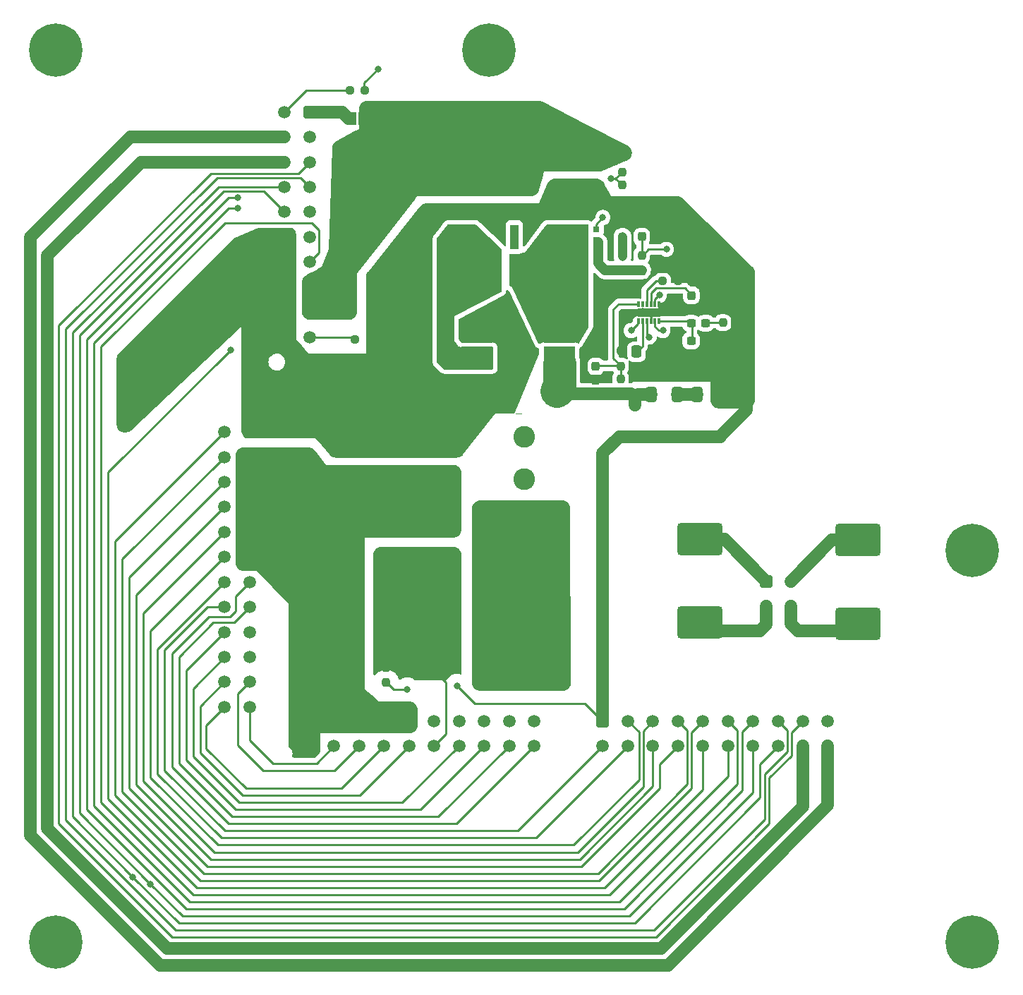
<source format=gbr>
%TF.GenerationSoftware,KiCad,Pcbnew,(6.0.7)*%
%TF.CreationDate,2023-01-08T18:55:16-06:00*%
%TF.ProjectId,Master Switch Enclosure Board,4d617374-6572-4205-9377-697463682045,rev?*%
%TF.SameCoordinates,Original*%
%TF.FileFunction,Copper,L1,Top*%
%TF.FilePolarity,Positive*%
%FSLAX46Y46*%
G04 Gerber Fmt 4.6, Leading zero omitted, Abs format (unit mm)*
G04 Created by KiCad (PCBNEW (6.0.7)) date 2023-01-08 18:55:16*
%MOMM*%
%LPD*%
G01*
G04 APERTURE LIST*
G04 Aperture macros list*
%AMRoundRect*
0 Rectangle with rounded corners*
0 $1 Rounding radius*
0 $2 $3 $4 $5 $6 $7 $8 $9 X,Y pos of 4 corners*
0 Add a 4 corners polygon primitive as box body*
4,1,4,$2,$3,$4,$5,$6,$7,$8,$9,$2,$3,0*
0 Add four circle primitives for the rounded corners*
1,1,$1+$1,$2,$3*
1,1,$1+$1,$4,$5*
1,1,$1+$1,$6,$7*
1,1,$1+$1,$8,$9*
0 Add four rect primitives between the rounded corners*
20,1,$1+$1,$2,$3,$4,$5,0*
20,1,$1+$1,$4,$5,$6,$7,0*
20,1,$1+$1,$6,$7,$8,$9,0*
20,1,$1+$1,$8,$9,$2,$3,0*%
%AMFreePoly0*
4,1,22,0.500000,-0.750000,0.000000,-0.750000,0.000000,-0.745033,-0.079941,-0.743568,-0.215256,-0.701293,-0.333266,-0.622738,-0.424486,-0.514219,-0.481581,-0.384460,-0.499164,-0.250000,-0.500000,-0.250000,-0.500000,0.250000,-0.499164,0.250000,-0.499963,0.256109,-0.478152,0.396186,-0.417904,0.524511,-0.324060,0.630769,-0.204165,0.706417,-0.067858,0.745374,0.000000,0.744959,0.000000,0.750000,
0.500000,0.750000,0.500000,-0.750000,0.500000,-0.750000,$1*%
%AMFreePoly1*
4,1,20,0.000000,0.744959,0.073905,0.744508,0.209726,0.703889,0.328688,0.626782,0.421226,0.519385,0.479903,0.390333,0.500000,0.250000,0.500000,-0.250000,0.499851,-0.262216,0.476331,-0.402017,0.414519,-0.529596,0.319384,-0.634700,0.198574,-0.708877,0.061801,-0.746166,0.000000,-0.745033,0.000000,-0.750000,-0.500000,-0.750000,-0.500000,0.750000,0.000000,0.750000,0.000000,0.744959,
0.000000,0.744959,$1*%
G04 Aperture macros list end*
%TA.AperFunction,ComponentPad*%
%ADD10C,6.400000*%
%TD*%
%TA.AperFunction,SMDPad,CuDef*%
%ADD11RoundRect,0.237500X-0.250000X-0.237500X0.250000X-0.237500X0.250000X0.237500X-0.250000X0.237500X0*%
%TD*%
%TA.AperFunction,SMDPad,CuDef*%
%ADD12RoundRect,0.237500X0.237500X-0.250000X0.237500X0.250000X-0.237500X0.250000X-0.237500X-0.250000X0*%
%TD*%
%TA.AperFunction,ComponentPad*%
%ADD13RoundRect,0.250001X-0.499999X0.499999X-0.499999X-0.499999X0.499999X-0.499999X0.499999X0.499999X0*%
%TD*%
%TA.AperFunction,ComponentPad*%
%ADD14C,1.500000*%
%TD*%
%TA.AperFunction,ComponentPad*%
%ADD15RoundRect,0.250001X-0.499999X-0.499999X0.499999X-0.499999X0.499999X0.499999X-0.499999X0.499999X0*%
%TD*%
%TA.AperFunction,SMDPad,CuDef*%
%ADD16R,8.153000X10.369000*%
%TD*%
%TA.AperFunction,SMDPad,CuDef*%
%ADD17R,3.581000X1.600000*%
%TD*%
%TA.AperFunction,SMDPad,CuDef*%
%ADD18RoundRect,0.250000X-0.337500X-0.475000X0.337500X-0.475000X0.337500X0.475000X-0.337500X0.475000X0*%
%TD*%
%TA.AperFunction,SMDPad,CuDef*%
%ADD19RoundRect,0.237500X-0.300000X-0.237500X0.300000X-0.237500X0.300000X0.237500X-0.300000X0.237500X0*%
%TD*%
%TA.AperFunction,SMDPad,CuDef*%
%ADD20RoundRect,0.250000X-0.650000X0.412500X-0.650000X-0.412500X0.650000X-0.412500X0.650000X0.412500X0*%
%TD*%
%TA.AperFunction,SMDPad,CuDef*%
%ADD21RoundRect,0.250000X0.337500X0.475000X-0.337500X0.475000X-0.337500X-0.475000X0.337500X-0.475000X0*%
%TD*%
%TA.AperFunction,SMDPad,CuDef*%
%ADD22RoundRect,0.237500X-0.237500X0.250000X-0.237500X-0.250000X0.237500X-0.250000X0.237500X0.250000X0*%
%TD*%
%TA.AperFunction,SMDPad,CuDef*%
%ADD23RoundRect,0.250000X-0.412500X-0.650000X0.412500X-0.650000X0.412500X0.650000X-0.412500X0.650000X0*%
%TD*%
%TA.AperFunction,SMDPad,CuDef*%
%ADD24RoundRect,0.237500X0.237500X-0.300000X0.237500X0.300000X-0.237500X0.300000X-0.237500X-0.300000X0*%
%TD*%
%TA.AperFunction,SMDPad,CuDef*%
%ADD25RoundRect,0.237500X-0.237500X0.300000X-0.237500X-0.300000X0.237500X-0.300000X0.237500X0.300000X0*%
%TD*%
%TA.AperFunction,SMDPad,CuDef*%
%ADD26RoundRect,0.500000X2.250000X-1.450000X2.250000X1.450000X-2.250000X1.450000X-2.250000X-1.450000X0*%
%TD*%
%TA.AperFunction,SMDPad,CuDef*%
%ADD27FreePoly0,180.000000*%
%TD*%
%TA.AperFunction,SMDPad,CuDef*%
%ADD28FreePoly1,180.000000*%
%TD*%
%TA.AperFunction,ComponentPad*%
%ADD29R,2.600000X2.600000*%
%TD*%
%TA.AperFunction,ComponentPad*%
%ADD30C,2.600000*%
%TD*%
%TA.AperFunction,SMDPad,CuDef*%
%ADD31R,3.850000X2.500000*%
%TD*%
%TA.AperFunction,SMDPad,CuDef*%
%ADD32RoundRect,0.237500X0.250000X0.237500X-0.250000X0.237500X-0.250000X-0.237500X0.250000X-0.237500X0*%
%TD*%
%TA.AperFunction,SMDPad,CuDef*%
%ADD33R,0.800000X0.700000*%
%TD*%
%TA.AperFunction,SMDPad,CuDef*%
%ADD34R,0.680000X0.700000*%
%TD*%
%TA.AperFunction,SMDPad,CuDef*%
%ADD35R,4.320000X4.510000*%
%TD*%
%TA.AperFunction,SMDPad,CuDef*%
%ADD36R,0.990600X2.997200*%
%TD*%
%TA.AperFunction,SMDPad,CuDef*%
%ADD37R,10.337800X8.712200*%
%TD*%
%TA.AperFunction,SMDPad,CuDef*%
%ADD38R,0.300000X0.650000*%
%TD*%
%TA.AperFunction,SMDPad,CuDef*%
%ADD39R,2.750000X1.100000*%
%TD*%
%TA.AperFunction,ViaPad*%
%ADD40C,0.800000*%
%TD*%
%TA.AperFunction,ViaPad*%
%ADD41C,2.000000*%
%TD*%
%TA.AperFunction,Conductor*%
%ADD42C,0.250000*%
%TD*%
%TA.AperFunction,Conductor*%
%ADD43C,1.500000*%
%TD*%
%TA.AperFunction,Conductor*%
%ADD44C,1.200000*%
%TD*%
%TA.AperFunction,Conductor*%
%ADD45C,1.100000*%
%TD*%
%TA.AperFunction,Conductor*%
%ADD46C,4.000000*%
%TD*%
G04 APERTURE END LIST*
D10*
%TO.P,M5,1*%
%TO.N,GND*%
X55000000Y-162000000D03*
%TD*%
D11*
%TO.P,R11,1*%
%TO.N,RST_out*%
X90926500Y-89664000D03*
%TO.P,R11,2*%
%TO.N,GND*%
X92751500Y-89664000D03*
%TD*%
D12*
%TO.P,R6,1*%
%TO.N,Net-(Q1-Pad1)*%
X123020000Y-81440400D03*
%TO.P,R6,2*%
%TO.N,Net-(R6-Pad2)*%
X123020000Y-79615400D03*
%TD*%
D13*
%TO.P,J6,1,Pin_1*%
%TO.N,EM_12V*%
X85479000Y-62400000D03*
D14*
%TO.P,J6,2,Pin_2*%
%TO.N,GND*%
X85479000Y-65400000D03*
%TO.P,J6,3,Pin_3*%
%TO.N,CANH_EM*%
X85479000Y-68400000D03*
%TO.P,J6,4,Pin_4*%
%TO.N,CANL_EM*%
X85479000Y-71400000D03*
%TO.P,J6,5,Pin_5*%
%TO.N,BSPDTest_in*%
X85479000Y-74400000D03*
%TO.P,J6,6,Pin_6*%
%TO.N,BSPDTest_out*%
X85479000Y-77400000D03*
%TO.P,J6,7,Pin_7*%
%TO.N,VCUWake_out*%
X85479000Y-80400000D03*
%TO.P,J6,8,Pin_8*%
%TO.N,SEPIC_out*%
X85479000Y-83400000D03*
%TO.P,J6,9,Pin_9*%
X85479000Y-86400000D03*
%TO.P,J6,10,Pin_10*%
%TO.N,RST_out*%
X85479000Y-89400000D03*
%TO.P,J6,11,Pin_11*%
%TO.N,CHRG_in*%
X82479000Y-62400000D03*
%TO.P,J6,12,Pin_12*%
%TO.N,SHDN2_out*%
X82479000Y-65400000D03*
%TO.P,J6,13,Pin_13*%
%TO.N,SHDN2_in*%
X82479000Y-68400000D03*
%TO.P,J6,14,Pin_14*%
%TO.N,CANH_VCU1*%
X82479000Y-71400000D03*
%TO.P,J6,15,Pin_15*%
%TO.N,CANL_VCU1*%
X82479000Y-74400000D03*
%TO.P,J6,16,Pin_16*%
%TO.N,GND*%
X82479000Y-77400000D03*
%TO.P,J6,17,Pin_17*%
X82479000Y-80400000D03*
%TO.P,J6,18,Pin_18*%
X82479000Y-83400000D03*
%TO.P,J6,19,Pin_19*%
X82479000Y-86400000D03*
%TO.P,J6,20,Pin_20*%
X82479000Y-89400000D03*
%TD*%
D13*
%TO.P,J3,1,Pin_1*%
%TO.N,GND*%
X78271000Y-100788000D03*
D14*
%TO.P,J3,2,Pin_2*%
%TO.N,LV_mastersw_out*%
X78271000Y-103788000D03*
%TO.P,J3,3,Pin_3*%
X78271000Y-106788000D03*
%TO.P,J3,4,Pin_4*%
X78271000Y-109788000D03*
%TO.P,J3,5,Pin_5*%
X78271000Y-112788000D03*
%TO.P,J3,6,Pin_6*%
X78271000Y-115788000D03*
%TO.P,J3,7,Pin_7*%
%TO.N,TSALSafe_pt*%
X78271000Y-118788000D03*
%TO.P,J3,8,Pin_8*%
%TO.N,TSALEnergized_pt*%
X78271000Y-121788000D03*
%TO.P,J3,9,Pin_9*%
%TO.N,CANH_VCU1*%
X78271000Y-124788000D03*
%TO.P,J3,10,Pin_10*%
%TO.N,CANL_VCU1*%
X78271000Y-127788000D03*
%TO.P,J3,11,Pin_11*%
%TO.N,CANH_VCU2*%
X78271000Y-130788000D03*
%TO.P,J3,12,Pin_12*%
%TO.N,CANL_VCU2*%
X78271000Y-133788000D03*
%TO.P,J3,13,Pin_13*%
%TO.N,CANH_VCU3*%
X75271000Y-100788000D03*
%TO.P,J3,14,Pin_14*%
%TO.N,CANL_VCU3*%
X75271000Y-103788000D03*
%TO.P,J3,15,Pin_15*%
%TO.N,CANH_VCU4*%
X75271000Y-106788000D03*
%TO.P,J3,16,Pin_16*%
%TO.N,CANL_VCU4*%
X75271000Y-109788000D03*
%TO.P,J3,17,Pin_17*%
%TO.N,CANH_ret_VCU2*%
X75271000Y-112788000D03*
%TO.P,J3,18,Pin_18*%
%TO.N,CANL_ret_VCU2*%
X75271000Y-115788000D03*
%TO.P,J3,19,Pin_19*%
%TO.N,CANH_ret_VCU3*%
X75271000Y-118788000D03*
%TO.P,J3,20,Pin_20*%
%TO.N,CANL_ret_VCU3*%
X75271000Y-121788000D03*
%TO.P,J3,21,Pin_21*%
%TO.N,CANH_Tel*%
X75271000Y-124788000D03*
%TO.P,J3,22,Pin_22*%
%TO.N,CANL_Tel*%
X75271000Y-127788000D03*
%TO.P,J3,23,Pin_23*%
%TO.N,CANH_ret_Tel*%
X75271000Y-130788000D03*
%TO.P,J3,24,Pin_24*%
%TO.N,CANL_ret_Tel*%
X75271000Y-133788000D03*
%TD*%
D15*
%TO.P,J2,1,Pin_1*%
%TO.N,GND*%
X120671000Y-135465000D03*
D14*
%TO.P,J2,2,Pin_2*%
%TO.N,CANL_ret_VCU2*%
X123671000Y-135465000D03*
%TO.P,J2,3,Pin_3*%
%TO.N,CANH_ret_VCU2*%
X126671000Y-135465000D03*
%TO.P,J2,4,Pin_4*%
%TO.N,CANL_VCU3*%
X129671000Y-135465000D03*
%TO.P,J2,5,Pin_5*%
%TO.N,CANH_VCU3*%
X132671000Y-135465000D03*
%TO.P,J2,6,Pin_6*%
%TO.N,BSPDTest_out*%
X135671000Y-135465000D03*
%TO.P,J2,7,Pin_7*%
%TO.N,BSPDTest_in*%
X138671000Y-135465000D03*
%TO.P,J2,8,Pin_8*%
%TO.N,CANL_EM*%
X141671000Y-135465000D03*
%TO.P,J2,9,Pin_9*%
%TO.N,CANH_EM*%
X144671000Y-135465000D03*
%TO.P,J2,10,Pin_10*%
%TO.N,CHRG_in*%
X147671000Y-135465000D03*
%TO.P,J2,11,Pin_11*%
%TO.N,CANL_ret_VCU3*%
X120671000Y-138465000D03*
%TO.P,J2,12,Pin_12*%
%TO.N,CANH_ret_VCU3*%
X123671000Y-138465000D03*
%TO.P,J2,13,Pin_13*%
%TO.N,CANL_VCU4*%
X126671000Y-138465000D03*
%TO.P,J2,14,Pin_14*%
%TO.N,CANH_VCU4*%
X129671000Y-138465000D03*
%TO.P,J2,15,Pin_15*%
%TO.N,RST_out*%
X132671000Y-138465000D03*
%TO.P,J2,16,Pin_16*%
%TO.N,VCUWake_out*%
X135671000Y-138465000D03*
%TO.P,J2,17,Pin_17*%
%TO.N,CANL_VCU1*%
X138671000Y-138465000D03*
%TO.P,J2,18,Pin_18*%
%TO.N,CANH_VCU1*%
X141671000Y-138465000D03*
%TO.P,J2,19,Pin_19*%
%TO.N,SHDN2_in*%
X144671000Y-138465000D03*
%TO.P,J2,20,Pin_20*%
%TO.N,SHDN2_out*%
X147671000Y-138465000D03*
%TD*%
D16*
%TO.P,D11,1,K*%
%TO.N,LVBAT_sw*%
X110371000Y-125928000D03*
D17*
%TO.P,D11,2,A*%
%TO.N,BYP_out*%
X99933000Y-123388000D03*
X99933000Y-128468000D03*
%TD*%
D18*
%TO.P,C11,1*%
%TO.N,Net-(C11-Pad1)*%
X107930500Y-80560000D03*
%TO.P,C11,2*%
%TO.N,Net-(C11-Pad2)*%
X110005500Y-80560000D03*
%TD*%
D19*
%TO.P,C5,1*%
%TO.N,/SEPIC/COMP*%
X131258500Y-89855900D03*
%TO.P,C5,2*%
%TO.N,GND*%
X132983500Y-89855900D03*
%TD*%
D20*
%TO.P,C15,1*%
%TO.N,SEPIC_out*%
X119913053Y-68257596D03*
%TO.P,C15,2*%
%TO.N,GND*%
X119913053Y-71382596D03*
%TD*%
D11*
%TO.P,R10,1*%
%TO.N,CHRG_in*%
X90315500Y-59788000D03*
%TO.P,R10,2*%
%TO.N,GND*%
X92140500Y-59788000D03*
%TD*%
D21*
%TO.P,C9,1*%
%TO.N,GND*%
X126796500Y-91164000D03*
%TO.P,C9,2*%
%TO.N,Net-(C9-Pad2)*%
X124721500Y-91164000D03*
%TD*%
D15*
%TO.P,J7,1,Pin_1*%
%TO.N,HV+*%
X140254715Y-118682034D03*
D14*
%TO.P,J7,2,Pin_2*%
%TO.N,HV-*%
X143254715Y-118682034D03*
%TO.P,J7,3,Pin_3*%
%TO.N,Net-(J7-Pad3)*%
X140254715Y-121682034D03*
%TO.P,J7,4,Pin_4*%
%TO.N,Net-(J7-Pad4)*%
X143254715Y-121682034D03*
%TD*%
D22*
%TO.P,R9,1*%
%TO.N,/SEPIC/FB*%
X122960000Y-71167500D03*
%TO.P,R9,2*%
%TO.N,GND*%
X122960000Y-72992500D03*
%TD*%
%TO.P,R12,1*%
%TO.N,BYP_out*%
X94669000Y-129031500D03*
%TO.P,R12,2*%
%TO.N,GND*%
X94669000Y-130856500D03*
%TD*%
D23*
%TO.P,C1,1*%
%TO.N,LV_mastersw_out*%
X126485500Y-96248000D03*
%TO.P,C1,2*%
%TO.N,Net-(C1-Pad2)*%
X129610500Y-96248000D03*
%TD*%
D12*
%TO.P,R5,1*%
%TO.N,Net-(Q1-Pad1)*%
X125337000Y-81440400D03*
%TO.P,R5,2*%
%TO.N,Net-(C10-Pad2)*%
X125337000Y-79615400D03*
%TD*%
D10*
%TO.P,M1,1*%
%TO.N,GND*%
X55000000Y-55000000D03*
%TD*%
D22*
%TO.P,R8,1*%
%TO.N,SEPIC_out*%
X122960000Y-67775500D03*
%TO.P,R8,2*%
%TO.N,/SEPIC/FB*%
X122960000Y-69600500D03*
%TD*%
D18*
%TO.P,C13,1*%
%TO.N,Net-(C11-Pad1)*%
X107931369Y-82654037D03*
%TO.P,C13,2*%
%TO.N,Net-(C11-Pad2)*%
X110006369Y-82654037D03*
%TD*%
D10*
%TO.P,M2,1*%
%TO.N,GND*%
X107000000Y-55000000D03*
%TD*%
D15*
%TO.P,J1,1,Pin_1*%
%TO.N,LV_mastersw_out*%
X85415000Y-135465000D03*
D14*
%TO.P,J1,2,Pin_2*%
X88415000Y-135465000D03*
%TO.P,J1,3,Pin_3*%
X91415000Y-135465000D03*
%TO.P,J1,4,Pin_4*%
X94415000Y-135465000D03*
%TO.P,J1,5,Pin_5*%
X97415000Y-135465000D03*
%TO.P,J1,6,Pin_6*%
%TO.N,LVBAT_in*%
X100415000Y-135465000D03*
%TO.P,J1,7,Pin_7*%
X103415000Y-135465000D03*
%TO.P,J1,8,Pin_8*%
X106415000Y-135465000D03*
%TO.P,J1,9,Pin_9*%
X109415000Y-135465000D03*
%TO.P,J1,10,Pin_10*%
X112415000Y-135465000D03*
%TO.P,J1,11,Pin_11*%
%TO.N,LV_mastersw_out*%
X85415000Y-138465000D03*
%TO.P,J1,12,Pin_12*%
%TO.N,CANL_VCU2*%
X88415000Y-138465000D03*
%TO.P,J1,13,Pin_13*%
%TO.N,CANH_VCU2*%
X91415000Y-138465000D03*
%TO.P,J1,14,Pin_14*%
%TO.N,CANL_ret_Tel*%
X94415000Y-138465000D03*
%TO.P,J1,15,Pin_15*%
%TO.N,CANH_ret_Tel*%
X97415000Y-138465000D03*
%TO.P,J1,16,Pin_16*%
%TO.N,BYP_out*%
X100415000Y-138465000D03*
%TO.P,J1,17,Pin_17*%
%TO.N,CANL_Tel*%
X103415000Y-138465000D03*
%TO.P,J1,18,Pin_18*%
%TO.N,CANH_Tel*%
X106415000Y-138465000D03*
%TO.P,J1,19,Pin_19*%
%TO.N,TSALEnergized_pt*%
X109415000Y-138465000D03*
%TO.P,J1,20,Pin_20*%
%TO.N,TSALSafe_pt*%
X112415000Y-138465000D03*
%TD*%
D10*
%TO.P,M4,1*%
%TO.N,GND*%
X165000000Y-162000000D03*
%TD*%
D24*
%TO.P,C3,1*%
%TO.N,/SEPIC/UVLO*%
X119825000Y-92911400D03*
%TO.P,C3,2*%
%TO.N,GND*%
X119825000Y-91186400D03*
%TD*%
D25*
%TO.P,C10,1*%
%TO.N,GND*%
X125342877Y-75637188D03*
%TO.P,C10,2*%
%TO.N,Net-(C10-Pad2)*%
X125342877Y-77362188D03*
%TD*%
D26*
%TO.P,R13,1*%
%TO.N,Net-(J7-Pad4)*%
X151260126Y-123770369D03*
%TO.P,R13,2*%
%TO.N,HV-*%
X151260126Y-113770369D03*
%TD*%
D20*
%TO.P,C14,1*%
%TO.N,SEPIC_out*%
X117448000Y-68264000D03*
%TO.P,C14,2*%
%TO.N,GND*%
X117448000Y-71389000D03*
%TD*%
D12*
%TO.P,R1,1*%
%TO.N,/SEPIC/UVLO*%
X122793000Y-92888400D03*
%TO.P,R1,2*%
%TO.N,GND*%
X122793000Y-91063400D03*
%TD*%
D27*
%TO.P,JP1,1,A*%
%TO.N,SEPIC_out*%
X91846000Y-63180000D03*
D28*
%TO.P,JP1,2,B*%
%TO.N,EM_12V*%
X90546000Y-63180000D03*
%TD*%
D29*
%TO.P,J5,1,Pin_1*%
%TO.N,GND*%
X98199000Y-101340000D03*
D30*
%TO.P,J5,2,Pin_2*%
%TO.N,LV_mastersw_out*%
X98199000Y-106420000D03*
%TO.P,J5,3,Pin_3*%
X98199000Y-111500000D03*
%TO.P,J5,4,Pin_4*%
%TO.N,BYP_out*%
X98199000Y-116580000D03*
%TD*%
D31*
%TO.P,L1,1,1*%
%TO.N,LV_mastersw_out*%
X115445000Y-91816000D03*
%TO.P,L1,2,2*%
%TO.N,Net-(C11-Pad2)*%
X115445000Y-88816000D03*
%TO.P,L1,3,3*%
%TO.N,GND*%
X105545000Y-88816000D03*
%TO.P,L1,4,4*%
%TO.N,Net-(C11-Pad1)*%
X105545000Y-91816000D03*
%TD*%
D12*
%TO.P,R7,1*%
%TO.N,Net-(R6-Pad2)*%
X123020000Y-77430400D03*
%TO.P,R7,2*%
%TO.N,GND*%
X123020000Y-75605400D03*
%TD*%
D26*
%TO.P,R14,1*%
%TO.N,Net-(J7-Pad3)*%
X132311215Y-123663534D03*
%TO.P,R14,2*%
%TO.N,HV+*%
X132311215Y-113663534D03*
%TD*%
D23*
%TO.P,C2,1*%
%TO.N,Net-(C1-Pad2)*%
X131997500Y-96248000D03*
%TO.P,C2,2*%
%TO.N,GND*%
X135122500Y-96248000D03*
%TD*%
D22*
%TO.P,R4,1*%
%TO.N,Net-(C8-Pad2)*%
X135089000Y-87671400D03*
%TO.P,R4,2*%
%TO.N,GND*%
X135089000Y-89496400D03*
%TD*%
D10*
%TO.P,M3,1*%
%TO.N,GND*%
X165000000Y-115000000D03*
%TD*%
D20*
%TO.P,C12,1*%
%TO.N,SEPIC_out*%
X114984536Y-68263722D03*
%TO.P,C12,2*%
%TO.N,GND*%
X114984536Y-71388722D03*
%TD*%
D12*
%TO.P,R2,1*%
%TO.N,LV_mastersw_out*%
X122793000Y-96280400D03*
%TO.P,R2,2*%
%TO.N,/SEPIC/UVLO*%
X122793000Y-94455400D03*
%TD*%
D32*
%TO.P,R3,1*%
%TO.N,GND*%
X129664500Y-82684000D03*
%TO.P,R3,2*%
%TO.N,/SEPIC/RT*%
X127839500Y-82684000D03*
%TD*%
D33*
%TO.P,Q1,1,S_1*%
%TO.N,Net-(Q1-Pad1)*%
X119872000Y-80312900D03*
%TO.P,Q1,2,S_2*%
X119872000Y-79042900D03*
%TO.P,Q1,3,S_3*%
X119872000Y-77772900D03*
%TO.P,Q1,4,G*%
%TO.N,Net-(IC1-Pad3)*%
X119872000Y-76502900D03*
D34*
%TO.P,Q1,5,D_1*%
%TO.N,Net-(C11-Pad2)*%
X114357000Y-76502900D03*
%TO.P,Q1,6,D_2*%
X114357000Y-77772900D03*
%TO.P,Q1,7,D_3*%
X114357000Y-79042900D03*
%TO.P,Q1,8,D_4*%
X114357000Y-80312900D03*
D35*
X116857000Y-78407900D03*
%TD*%
D19*
%TO.P,C8,1*%
%TO.N,/SEPIC/COMP*%
X131258500Y-87735900D03*
%TO.P,C8,2*%
%TO.N,Net-(C8-Pad2)*%
X132983500Y-87735900D03*
%TD*%
D36*
%TO.P,D1,1,1*%
%TO.N,Net-(C11-Pad1)*%
X104989000Y-77414900D03*
%TO.P,D1,2,2*%
%TO.N,unconnected-(D1-Pad2)*%
X110069000Y-77414900D03*
D37*
%TO.P,D1,3,3*%
%TO.N,SEPIC_out*%
X107529000Y-66404000D03*
%TD*%
D38*
%TO.P,IC1,1,BIAS*%
%TO.N,LV_mastersw_out*%
X124935000Y-87513900D03*
%TO.P,IC1,2,VCC*%
%TO.N,Net-(C9-Pad2)*%
X125435000Y-87513900D03*
%TO.P,IC1,3,GATE*%
%TO.N,Net-(IC1-Pad3)*%
X125935000Y-87513900D03*
%TO.P,IC1,4,PGND*%
%TO.N,GND*%
X126435000Y-87513900D03*
%TO.P,IC1,5,CS*%
%TO.N,Net-(C10-Pad2)*%
X126935000Y-87513900D03*
%TO.P,IC1,6,COMP*%
%TO.N,/SEPIC/COMP*%
X127435000Y-87513900D03*
%TO.P,IC1,7,AGND*%
%TO.N,GND*%
X127435000Y-85413900D03*
%TO.P,IC1,8,FB*%
%TO.N,/SEPIC/FB*%
X126935000Y-85413900D03*
%TO.P,IC1,9,SS*%
%TO.N,/SEPIC/SS*%
X126435000Y-85413900D03*
%TO.P,IC1,10,RT*%
%TO.N,/SEPIC/RT*%
X125935000Y-85413900D03*
%TO.P,IC1,11,PGOOD*%
%TO.N,unconnected-(IC1-Pad11)*%
X125435000Y-85413900D03*
%TO.P,IC1,12,UVLO/SYNC*%
%TO.N,/SEPIC/UVLO*%
X124935000Y-85413900D03*
D39*
%TO.P,IC1,13,EP*%
%TO.N,GND*%
X126185000Y-86463900D03*
%TD*%
D24*
%TO.P,C6,1*%
%TO.N,LV_mastersw_out*%
X119825000Y-96303400D03*
%TO.P,C6,2*%
%TO.N,GND*%
X119825000Y-94578400D03*
%TD*%
%TO.P,C7,1*%
%TO.N,/SEPIC/SS*%
X131296000Y-84394500D03*
%TO.P,C7,2*%
%TO.N,GND*%
X131296000Y-82669500D03*
%TD*%
D29*
%TO.P,J4,1,Pin_1*%
%TO.N,LVBAT_sw*%
X111219000Y-116592000D03*
D30*
%TO.P,J4,2,Pin_2*%
X111219000Y-111512000D03*
%TO.P,J4,3,Pin_3*%
%TO.N,LVBAT_in*%
X111219000Y-106432000D03*
%TO.P,J4,4,Pin_4*%
X111219000Y-101352000D03*
%TD*%
D40*
%TO.N,Net-(IC1-Pad3)*%
X120671000Y-75052000D03*
X126229344Y-89388542D03*
D41*
%TO.N,GND*%
X68264000Y-93280000D03*
X137376000Y-83104000D03*
D40*
X103149000Y-131216000D03*
D41*
X64872000Y-92856000D03*
X68264000Y-89464000D03*
X131016000Y-76744000D03*
X64872000Y-96672000D03*
X135256000Y-80984000D03*
X133136000Y-78864000D03*
D40*
X97213000Y-131640000D03*
X93704000Y-57240000D03*
D41*
X128896000Y-74624000D03*
D40*
%TO.N,Net-(C10-Pad2)*%
X128303000Y-78868000D03*
X127879000Y-88620000D03*
%TO.N,/SEPIC/FB*%
X121688000Y-70384000D03*
X127455000Y-84380000D03*
%TO.N,RST_out*%
X76013000Y-90936000D03*
D41*
%TO.N,BYP_out*%
X98199000Y-120844000D03*
X94383000Y-125932000D03*
X98199000Y-125932000D03*
X94383000Y-116604000D03*
X102015000Y-116604000D03*
X94383000Y-120844000D03*
X102015000Y-120844000D03*
X102015000Y-125932000D03*
D40*
%TO.N,CANL_VCU1*%
X66399000Y-155010500D03*
%TO.N,CANH_VCU1*%
X64279000Y-154162500D03*
D41*
%TO.N,LV_mastersw_out*%
X90567000Y-122540000D03*
X87599000Y-122540000D03*
X89295000Y-125508000D03*
X94259000Y-106416000D03*
D40*
X124063000Y-88620000D03*
D41*
X83359000Y-106820000D03*
X86327000Y-131444000D03*
X115159000Y-95828000D03*
X89295000Y-114060000D03*
X85055000Y-109168000D03*
X84917000Y-104276000D03*
X84631000Y-122540000D03*
X90567000Y-128476000D03*
X102015000Y-111516000D03*
X85903000Y-125508000D03*
X89719000Y-131444000D03*
X94383000Y-111516000D03*
X88447000Y-109168000D03*
X101891000Y-106416000D03*
X82087000Y-114060000D03*
X86751000Y-106820000D03*
X85903000Y-119572000D03*
X84631000Y-128476000D03*
X87599000Y-128476000D03*
X81663000Y-109168000D03*
X85479000Y-114060000D03*
X81525000Y-104276000D03*
D40*
X124487000Y-97524000D03*
D41*
X91733317Y-109216467D03*
X89295000Y-119572000D03*
D40*
%TO.N,BSPDTest_in*%
X76861000Y-72704000D03*
%TO.N,BSPDTest_out*%
X76861000Y-73976000D03*
%TD*%
D42*
%TO.N,Net-(C9-Pad2)*%
X125435000Y-87513900D02*
X125435000Y-90538000D01*
X125435000Y-90538000D02*
X124809000Y-91164000D01*
%TO.N,Net-(IC1-Pad3)*%
X125935000Y-87513900D02*
X125935000Y-89167072D01*
X119872000Y-76502900D02*
X119872000Y-75851000D01*
X125935000Y-89167072D02*
X126229344Y-89388542D01*
X119872000Y-75851000D02*
X120671000Y-75052000D01*
%TO.N,GND*%
X127010000Y-86463900D02*
X126185000Y-86463900D01*
X127435000Y-86038900D02*
X127010000Y-86463900D01*
X97213000Y-131640000D02*
X95540000Y-131640000D01*
X92053000Y-58891000D02*
X93704000Y-57240000D01*
X92053000Y-59788000D02*
X92053000Y-58891000D01*
D43*
X134800500Y-101304500D02*
X134777000Y-101328000D01*
D42*
X103149000Y-131216000D02*
X105269000Y-133336000D01*
X105269000Y-133336000D02*
X118542000Y-133336000D01*
D43*
X120671000Y-103324000D02*
X120671000Y-135465000D01*
D42*
X95540000Y-131640000D02*
X94669000Y-130769000D01*
D43*
X137931000Y-98174000D02*
X134800500Y-101304500D01*
D42*
X118542000Y-133336000D02*
X120671000Y-135465000D01*
D43*
X137931000Y-98174000D02*
X137931000Y-84080000D01*
D42*
X127435000Y-85413900D02*
X127435000Y-86038900D01*
X126435000Y-87513900D02*
X126435000Y-86713900D01*
X126435000Y-86713900D02*
X126185000Y-86463900D01*
D43*
X134777000Y-101328000D02*
X122667000Y-101328000D01*
X122667000Y-101328000D02*
X120671000Y-103324000D01*
D42*
%TO.N,Net-(C10-Pad2)*%
X125342877Y-79697023D02*
X125337000Y-79702900D01*
X126935000Y-88138900D02*
X127416100Y-88620000D01*
X128303000Y-78868000D02*
X126171900Y-78868000D01*
X125342877Y-77274688D02*
X125342877Y-79697023D01*
X126935000Y-87513900D02*
X126935000Y-88138900D01*
X126171900Y-78868000D02*
X125337000Y-79702900D01*
X127416100Y-88620000D02*
X127879000Y-88620000D01*
%TO.N,/SEPIC/COMP*%
X131346000Y-89855900D02*
X131346000Y-87735900D01*
X131346000Y-87735900D02*
X131124000Y-87513900D01*
X131124000Y-87513900D02*
X127435000Y-87513900D01*
%TO.N,/SEPIC/FB*%
X127393900Y-84380000D02*
X127455000Y-84380000D01*
X126935000Y-84838900D02*
X127393900Y-84380000D01*
X126935000Y-85413900D02*
X126935000Y-84838900D01*
X121688000Y-70384000D02*
X122176500Y-70384000D01*
X122176500Y-70384000D02*
X122960000Y-69600500D01*
X122176500Y-70384000D02*
X122960000Y-71167500D01*
%TO.N,/SEPIC/SS*%
X126435000Y-84128000D02*
X127029000Y-83534000D01*
X126435000Y-85413900D02*
X126435000Y-84128000D01*
X130523000Y-83534000D02*
X131296000Y-84307000D01*
X127029000Y-83534000D02*
X130523000Y-83534000D01*
%TO.N,/SEPIC/RT*%
X125935000Y-83780000D02*
X127031000Y-82684000D01*
X127031000Y-82684000D02*
X127927000Y-82684000D01*
X125935000Y-85413900D02*
X125935000Y-83780000D01*
%TO.N,/SEPIC/UVLO*%
X124935000Y-85413900D02*
X122605100Y-85413900D01*
X119825000Y-92823900D02*
X122770000Y-92823900D01*
X122605100Y-85413900D02*
X121943000Y-86076000D01*
X122770000Y-92823900D02*
X122793000Y-92800900D01*
X121943000Y-91950900D02*
X122793000Y-92800900D01*
X121943000Y-86076000D02*
X121943000Y-91950900D01*
X122793000Y-94542900D02*
X122793000Y-92800900D01*
D44*
%TO.N,Net-(Q1-Pad1)*%
X120117000Y-80557900D02*
X120117000Y-78016000D01*
X125337000Y-81352900D02*
X120912000Y-81352900D01*
X120912000Y-81352900D02*
X120117000Y-80557900D01*
D42*
%TO.N,RST_out*%
X61311000Y-144834500D02*
X61311000Y-105638000D01*
X71911000Y-155434500D02*
X61311000Y-144834500D01*
X91014000Y-89664000D02*
X90750000Y-89400000D01*
X120906500Y-155434500D02*
X71911000Y-155434500D01*
X132671000Y-143670000D02*
X120906500Y-155434500D01*
X132671000Y-138465000D02*
X132671000Y-143670000D01*
X61311000Y-105638000D02*
X76013000Y-90936000D01*
X90750000Y-89400000D02*
X85479000Y-89400000D01*
%TO.N,BYP_out*%
X101453000Y-130368000D02*
X101877000Y-130792000D01*
X101877000Y-137003000D02*
X101877000Y-130792000D01*
X100415000Y-138465000D02*
X101877000Y-137003000D01*
%TO.N,CHRG_in*%
X85091000Y-59788000D02*
X82479000Y-62400000D01*
X85091000Y-59788000D02*
X90403000Y-59788000D01*
%TO.N,Net-(C8-Pad2)*%
X135089000Y-87671400D02*
X133048000Y-87671400D01*
X133048000Y-87671400D02*
X132983500Y-87735900D01*
D45*
%TO.N,Net-(R6-Pad2)*%
X123020000Y-79702900D02*
X123020000Y-77342900D01*
D42*
%TO.N,CANL_VCU1*%
X80008000Y-71929000D02*
X75199000Y-71929000D01*
X75199000Y-71929000D02*
X57919000Y-89209000D01*
X123874500Y-158826500D02*
X70215000Y-158826500D01*
X57919000Y-146530500D02*
X66399000Y-155010500D01*
X138671000Y-138465000D02*
X138671000Y-144030000D01*
X57919000Y-89209000D02*
X57919000Y-146530500D01*
X82479000Y-74400000D02*
X80008000Y-71929000D01*
X70215000Y-158826500D02*
X66399000Y-155010500D01*
X138671000Y-144030000D02*
X123874500Y-158826500D01*
%TO.N,CANH_VCU1*%
X141671000Y-138465000D02*
X139496000Y-140640000D01*
X57071000Y-88866500D02*
X57071000Y-146954500D01*
X57071000Y-146954500D02*
X64279000Y-154162500D01*
X69791000Y-159674500D02*
X64279000Y-154162500D01*
X82479000Y-71400000D02*
X74537500Y-71400000D01*
X124487000Y-159674500D02*
X69791000Y-159674500D01*
X139496000Y-144665500D02*
X124487000Y-159674500D01*
X139496000Y-140640000D02*
X139496000Y-144665500D01*
X74537500Y-71400000D02*
X57071000Y-88866500D01*
D43*
%TO.N,EM_12V*%
X85479000Y-62400000D02*
X89363000Y-62400000D01*
X89363000Y-62400000D02*
X90143000Y-63180000D01*
D42*
%TO.N,LV_mastersw_out*%
X124885000Y-87798000D02*
X124885000Y-87513900D01*
D46*
X115159000Y-95828000D02*
X115445000Y-95542000D01*
D43*
X124915000Y-96248000D02*
X124487000Y-96676000D01*
D46*
X115445000Y-95542000D02*
X115445000Y-92566000D01*
D43*
X119825000Y-96215900D02*
X115546900Y-96215900D01*
X124487000Y-96676000D02*
X124003900Y-96192900D01*
D42*
X124063000Y-88620000D02*
X124885000Y-87798000D01*
D43*
X122770000Y-96215900D02*
X122793000Y-96192900D01*
X115445000Y-91816000D02*
X115445000Y-93060900D01*
X115546900Y-96215900D02*
X115159000Y-95828000D01*
X119825000Y-96215900D02*
X122770000Y-96215900D01*
X126485500Y-96248000D02*
X124915000Y-96248000D01*
X124487000Y-97524000D02*
X124487000Y-96676000D01*
X122793000Y-96192900D02*
X124003900Y-96192900D01*
%TO.N,HV+*%
X132311215Y-113663534D02*
X135236215Y-113663534D01*
X135236215Y-113663534D02*
X140254715Y-118682034D01*
D42*
%TO.N,CANH_EM*%
X68943000Y-161370500D02*
X127031000Y-161370500D01*
X140625000Y-142290500D02*
X143296000Y-139619500D01*
X55375000Y-88018500D02*
X55375000Y-147802500D01*
X127031000Y-161370500D02*
X140625000Y-147776500D01*
X85479000Y-68400000D02*
X84104395Y-69774605D01*
X84104395Y-69774605D02*
X73618895Y-69774605D01*
X140625000Y-147776500D02*
X140625000Y-142290500D01*
X73618895Y-69774605D02*
X55375000Y-88018500D01*
X143296000Y-136840000D02*
X144671000Y-135465000D01*
X55375000Y-147802500D02*
X68943000Y-161370500D01*
X143296000Y-139619500D02*
X143296000Y-136840000D01*
D43*
%TO.N,HV-*%
X148166380Y-113770369D02*
X143254715Y-118682034D01*
X151260126Y-113770369D02*
X148166380Y-113770369D01*
D42*
%TO.N,TSALSafe_pt*%
X73384963Y-122927037D02*
X75947945Y-122927037D01*
X103077500Y-147802500D02*
X112415000Y-138465000D01*
X68943000Y-141018500D02*
X75727000Y-147802500D01*
X75947945Y-122927037D02*
X76566866Y-122308116D01*
X75727000Y-147802500D02*
X103077500Y-147802500D01*
X76566866Y-120492134D02*
X76566866Y-122308116D01*
X68943000Y-127369000D02*
X68943000Y-141018500D01*
X78271000Y-118788000D02*
X76566866Y-120492134D01*
X73384963Y-122927037D02*
X68943000Y-127369000D01*
%TO.N,TSALEnergized_pt*%
X76151000Y-146954500D02*
X100925500Y-146954500D01*
X69791000Y-127793000D02*
X69791000Y-140594500D01*
X76409692Y-123649308D02*
X73934692Y-123649308D01*
X78271000Y-121788000D02*
X76409692Y-123649308D01*
X69791000Y-140594500D02*
X76151000Y-146954500D01*
X100925500Y-146954500D02*
X109415000Y-138465000D01*
X73934692Y-123649308D02*
X69791000Y-127793000D01*
%TO.N,CANH_VCU2*%
X76861000Y-138336500D02*
X76861000Y-132198000D01*
X88488000Y-141392000D02*
X79916500Y-141392000D01*
X91415000Y-138465000D02*
X88488000Y-141392000D01*
X79916500Y-141392000D02*
X76861000Y-138336500D01*
X76861000Y-132198000D02*
X78271000Y-130788000D01*
%TO.N,CANL_VCU2*%
X78271000Y-137735876D02*
X81079124Y-140544000D01*
X86336000Y-140544000D02*
X88415000Y-138465000D01*
X78271000Y-133788000D02*
X78271000Y-137735876D01*
X81079124Y-140544000D02*
X86336000Y-140544000D01*
%TO.N,CANH_VCU3*%
X131325047Y-143508453D02*
X120247000Y-154586500D01*
X120247000Y-154586500D02*
X72335000Y-154586500D01*
X62159000Y-144410500D02*
X62159000Y-113900000D01*
X62159000Y-113900000D02*
X75271000Y-100788000D01*
X72335000Y-154586500D02*
X62159000Y-144410500D01*
X131325047Y-136810953D02*
X131325047Y-143508453D01*
X132671000Y-135465000D02*
X131325047Y-136810953D01*
%TO.N,CANL_VCU3*%
X130825047Y-136619047D02*
X130825047Y-143021194D01*
X120107741Y-153738500D02*
X130825047Y-143021194D01*
X63007000Y-143986500D02*
X72759000Y-153738500D01*
X63007000Y-116052000D02*
X63007000Y-143986500D01*
X130825047Y-136619047D02*
X129671000Y-135465000D01*
X72759000Y-153738500D02*
X120107741Y-153738500D01*
X75271000Y-103788000D02*
X63007000Y-116052000D01*
%TO.N,CANH_VCU4*%
X63855000Y-143562500D02*
X63855000Y-118204000D01*
X127455000Y-140681000D02*
X127455000Y-143562500D01*
X63855000Y-118204000D02*
X75271000Y-106788000D01*
X73183000Y-152890500D02*
X63855000Y-143562500D01*
X129671000Y-138465000D02*
X127455000Y-140681000D01*
X127455000Y-143562500D02*
X118127000Y-152890500D01*
X118127000Y-152890500D02*
X73183000Y-152890500D01*
%TO.N,CANL_VCU4*%
X117918500Y-152042500D02*
X126671000Y-143290000D01*
X126671000Y-143290000D02*
X126671000Y-138465000D01*
X75271000Y-109788000D02*
X64703000Y-120356000D01*
X64703000Y-120356000D02*
X64703000Y-143138500D01*
X73607000Y-152042500D02*
X117918500Y-152042500D01*
X64703000Y-143138500D02*
X73607000Y-152042500D01*
%TO.N,CANH_ret_VCU2*%
X126671000Y-135465000D02*
X125504000Y-136632000D01*
X117703000Y-151194500D02*
X74031000Y-151194500D01*
X125504000Y-143393500D02*
X117703000Y-151194500D01*
X74031000Y-151194500D02*
X65551000Y-142714500D01*
X125504000Y-136632000D02*
X125504000Y-143393500D01*
X65551000Y-142714500D02*
X65551000Y-122508000D01*
X65551000Y-122508000D02*
X75271000Y-112788000D01*
%TO.N,CANL_ret_VCU2*%
X125004000Y-142540000D02*
X125004000Y-136798000D01*
X66399000Y-124660000D02*
X66399000Y-142290500D01*
X66399000Y-142290500D02*
X74455000Y-150346500D01*
X117197500Y-150346500D02*
X125004000Y-142540000D01*
X125004000Y-136798000D02*
X123671000Y-135465000D01*
X75271000Y-115788000D02*
X66399000Y-124660000D01*
X74455000Y-150346500D02*
X117197500Y-150346500D01*
%TO.N,CANH_ret_VCU3*%
X67247000Y-126812000D02*
X67247000Y-141866500D01*
X112637500Y-149498500D02*
X123671000Y-138465000D01*
X67247000Y-141866500D02*
X74879000Y-149498500D01*
X74879000Y-149498500D02*
X112637500Y-149498500D01*
X75271000Y-118788000D02*
X67247000Y-126812000D01*
%TO.N,CANL_ret_VCU3*%
X75271000Y-121788000D02*
X73252000Y-121788000D01*
X68095000Y-126945000D02*
X68095000Y-141442500D01*
X73252000Y-121788000D02*
X68095000Y-126945000D01*
X110485500Y-148650500D02*
X120671000Y-138465000D01*
X68095000Y-141442500D02*
X75303000Y-148650500D01*
X75303000Y-148650500D02*
X110485500Y-148650500D01*
%TO.N,CANL_EM*%
X142796000Y-139164000D02*
X142796000Y-136590000D01*
X85479000Y-71400000D02*
X84353605Y-70274605D01*
X126842500Y-160522500D02*
X140125000Y-147240000D01*
X69367000Y-160522500D02*
X126842500Y-160522500D01*
X140125000Y-141835000D02*
X142796000Y-139164000D01*
X74390895Y-70274605D02*
X56223000Y-88442500D01*
X142796000Y-136590000D02*
X141671000Y-135465000D01*
X140125000Y-147240000D02*
X140125000Y-141835000D01*
X56223000Y-147378500D02*
X69367000Y-160522500D01*
X84353605Y-70274605D02*
X74390895Y-70274605D01*
X56223000Y-88442500D02*
X56223000Y-147378500D01*
%TO.N,BSPDTest_in*%
X123215000Y-157978500D02*
X70639000Y-157978500D01*
X138671000Y-135465000D02*
X137376000Y-136760000D01*
X137376000Y-143817500D02*
X123215000Y-157978500D01*
X75777500Y-72704000D02*
X76861000Y-72704000D01*
X58767000Y-89714500D02*
X75777500Y-72704000D01*
X137376000Y-136760000D02*
X137376000Y-143817500D01*
X70639000Y-157978500D02*
X58767000Y-146106500D01*
X58767000Y-146106500D02*
X58767000Y-89714500D01*
%TO.N,BSPDTest_out*%
X59615000Y-145682500D02*
X59615000Y-90138500D01*
X136818339Y-136612339D02*
X136818339Y-142995661D01*
X59615000Y-90138500D02*
X75777500Y-73976000D01*
X75777500Y-73976000D02*
X76861000Y-73976000D01*
X136818339Y-142995661D02*
X122683500Y-157130500D01*
X135671000Y-135465000D02*
X136818339Y-136612339D01*
X71063000Y-157130500D02*
X59615000Y-145682500D01*
X122683500Y-157130500D02*
X71063000Y-157130500D01*
%TO.N,VCUWake_out*%
X60463000Y-145258500D02*
X71487000Y-156282500D01*
X60463000Y-90562500D02*
X60463000Y-145258500D01*
X75353500Y-75672000D02*
X60463000Y-90562500D01*
X121519000Y-156282500D02*
X135671000Y-142130500D01*
X85765000Y-75672000D02*
X75353500Y-75672000D01*
X86613000Y-76520000D02*
X85765000Y-75672000D01*
X86613000Y-79266000D02*
X86613000Y-76520000D01*
X85479000Y-80400000D02*
X86613000Y-79266000D01*
X135671000Y-142130500D02*
X135671000Y-138465000D01*
X71487000Y-156282500D02*
X121519000Y-156282500D01*
D43*
%TO.N,SHDN2_out*%
X64001500Y-65400000D02*
X82479000Y-65400000D01*
X147671000Y-145597428D02*
X128522927Y-164745500D01*
X52000000Y-77401500D02*
X64001500Y-65400000D01*
X147671000Y-138465000D02*
X147671000Y-145597428D01*
X128522927Y-164745500D02*
X67545028Y-164745500D01*
X52000000Y-149200471D02*
X52000000Y-77401500D01*
X67545028Y-164745500D02*
X52000000Y-149200471D01*
%TO.N,SHDN2_in*%
X127694500Y-162745500D02*
X144671000Y-145769000D01*
X54000000Y-148372044D02*
X68373456Y-162745500D01*
X144671000Y-145769000D02*
X144671000Y-138465000D01*
X65241500Y-68400000D02*
X54000000Y-79641500D01*
X82479000Y-68400000D02*
X65241500Y-68400000D01*
X54000000Y-79641500D02*
X54000000Y-148372044D01*
X68373456Y-162745500D02*
X127694500Y-162745500D01*
%TO.N,Net-(J7-Pad3)*%
X140254715Y-123864677D02*
X139501358Y-124618034D01*
X133265715Y-124618034D02*
X132311215Y-123663534D01*
X139501358Y-124618034D02*
X133265715Y-124618034D01*
X140254715Y-121682034D02*
X140254715Y-123864677D01*
%TO.N,Net-(J7-Pad4)*%
X143254715Y-123770034D02*
X144102715Y-124618034D01*
X150412461Y-124618034D02*
X151260126Y-123770369D01*
X143254715Y-121682034D02*
X143254715Y-123770034D01*
X144102715Y-124618034D02*
X150412461Y-124618034D01*
D42*
%TO.N,CANH_Tel*%
X98773500Y-146106500D02*
X106415000Y-138465000D01*
X76575000Y-146106500D02*
X98773500Y-146106500D01*
X75271000Y-124788000D02*
X70639000Y-129420000D01*
X70639000Y-140170500D02*
X76575000Y-146106500D01*
X70639000Y-129420000D02*
X70639000Y-140170500D01*
%TO.N,CANL_Tel*%
X75271000Y-127788000D02*
X71487000Y-131572000D01*
X71487000Y-131572000D02*
X71487000Y-139746500D01*
X96621500Y-145258500D02*
X103415000Y-138465000D01*
X76999000Y-145258500D02*
X96621500Y-145258500D01*
X71487000Y-139746500D02*
X76999000Y-145258500D01*
%TO.N,CANH_ret_Tel*%
X72335000Y-139322500D02*
X72335000Y-133724000D01*
X77423000Y-144410500D02*
X72335000Y-139322500D01*
X72335000Y-133724000D02*
X75271000Y-130788000D01*
X91469500Y-144410500D02*
X77423000Y-144410500D01*
X97415000Y-138465000D02*
X91469500Y-144410500D01*
%TO.N,CANL_ret_Tel*%
X73045000Y-138760500D02*
X77847000Y-143562500D01*
X75271000Y-133788000D02*
X73045000Y-136014000D01*
X77847000Y-143562500D02*
X89317500Y-143562500D01*
X73045000Y-136014000D02*
X73045000Y-138760500D01*
X89317500Y-143562500D02*
X94415000Y-138465000D01*
D43*
%TO.N,Net-(C1-Pad2)*%
X129610500Y-96248000D02*
X131997500Y-96248000D01*
%TD*%
%TA.AperFunction,Conductor*%
%TO.N,LV_mastersw_out*%
G36*
X85294685Y-102615275D02*
G01*
X85308681Y-102616079D01*
X85508492Y-102638760D01*
X85535787Y-102644989D01*
X85718982Y-102708903D01*
X85744229Y-102721005D01*
X85908796Y-102823801D01*
X85930744Y-102841177D01*
X86073577Y-102982761D01*
X86082951Y-102993149D01*
X86424553Y-103416910D01*
X87475000Y-104720000D01*
X102704813Y-104720000D01*
X102717163Y-104720607D01*
X102893740Y-104737999D01*
X102917957Y-104742815D01*
X103081809Y-104792518D01*
X103104629Y-104801971D01*
X103255631Y-104882683D01*
X103276158Y-104896399D01*
X103408521Y-105005026D01*
X103425974Y-105022479D01*
X103534601Y-105154842D01*
X103548319Y-105175372D01*
X103629029Y-105326371D01*
X103638482Y-105349190D01*
X103688185Y-105513043D01*
X103693002Y-105537263D01*
X103710393Y-105713837D01*
X103711000Y-105726187D01*
X103711000Y-112445021D01*
X103710393Y-112457371D01*
X103693002Y-112633945D01*
X103688185Y-112658165D01*
X103638482Y-112822017D01*
X103629029Y-112844837D01*
X103548319Y-112995836D01*
X103534601Y-113016366D01*
X103425974Y-113148729D01*
X103408521Y-113166182D01*
X103276158Y-113274809D01*
X103255631Y-113288525D01*
X103163417Y-113337815D01*
X103104629Y-113369237D01*
X103081810Y-113378690D01*
X102917957Y-113428393D01*
X102893740Y-113433209D01*
X102717163Y-113450601D01*
X102704813Y-113451208D01*
X93099081Y-113451209D01*
X92095989Y-113451209D01*
X92095989Y-131640001D01*
X92941425Y-132375157D01*
X93536670Y-132892759D01*
X93536680Y-132892767D01*
X93821000Y-133140000D01*
X94197794Y-133140000D01*
X97456041Y-133140001D01*
X97468391Y-133140608D01*
X97644969Y-133158000D01*
X97669186Y-133162816D01*
X97833038Y-133212519D01*
X97855858Y-133221972D01*
X98006859Y-133302684D01*
X98027386Y-133316400D01*
X98159749Y-133425027D01*
X98177202Y-133442480D01*
X98285829Y-133574843D01*
X98299547Y-133595373D01*
X98380257Y-133746371D01*
X98389710Y-133769190D01*
X98439413Y-133933043D01*
X98444230Y-133957263D01*
X98461621Y-134133838D01*
X98462228Y-134146188D01*
X98462228Y-135949814D01*
X98461621Y-135962164D01*
X98444230Y-136138738D01*
X98439413Y-136162958D01*
X98389710Y-136326810D01*
X98380257Y-136349630D01*
X98299547Y-136500629D01*
X98285829Y-136521159D01*
X98177202Y-136653522D01*
X98159749Y-136670975D01*
X98027386Y-136779602D01*
X98006853Y-136793321D01*
X97855855Y-136874030D01*
X97833036Y-136883482D01*
X97669194Y-136933183D01*
X97644969Y-136938002D01*
X97468392Y-136955394D01*
X97456041Y-136956001D01*
X87754092Y-136956000D01*
X86751000Y-136956000D01*
X86751000Y-138917813D01*
X86750393Y-138930163D01*
X86733002Y-139106737D01*
X86728185Y-139130957D01*
X86682939Y-139280117D01*
X86651459Y-139332636D01*
X86159636Y-139824459D01*
X86107118Y-139855938D01*
X85957957Y-139901185D01*
X85933740Y-139906001D01*
X85894228Y-139909893D01*
X85881879Y-139910500D01*
X83804121Y-139910500D01*
X83791772Y-139909893D01*
X83752260Y-139906001D01*
X83728043Y-139901185D01*
X83564190Y-139851482D01*
X83541372Y-139842030D01*
X83456428Y-139796627D01*
X83405782Y-139746877D01*
X83390072Y-139677640D01*
X83395460Y-139648251D01*
X83407682Y-139608768D01*
X83408326Y-139602642D01*
X83427711Y-139418204D01*
X83427711Y-139418202D01*
X83428355Y-139412075D01*
X83410430Y-139215112D01*
X83399379Y-139177561D01*
X83356330Y-139031294D01*
X83354590Y-139025381D01*
X83262960Y-138850110D01*
X83139032Y-138695975D01*
X83125586Y-138684692D01*
X82992250Y-138572810D01*
X82992251Y-138572810D01*
X82987526Y-138568846D01*
X82987735Y-138568597D01*
X82944907Y-138516152D01*
X82935000Y-138467178D01*
X82935000Y-121464000D01*
X79119000Y-117452000D01*
X77581187Y-117452000D01*
X77568837Y-117451393D01*
X77392260Y-117434001D01*
X77368043Y-117429185D01*
X77204190Y-117379482D01*
X77181371Y-117370029D01*
X77122583Y-117338607D01*
X77030369Y-117289317D01*
X77009842Y-117275601D01*
X76877479Y-117166974D01*
X76860026Y-117149521D01*
X76751399Y-117017158D01*
X76737681Y-116996628D01*
X76656971Y-116845629D01*
X76647518Y-116822809D01*
X76597815Y-116658957D01*
X76592998Y-116634737D01*
X76575607Y-116458163D01*
X76575000Y-116445813D01*
X76575000Y-103618187D01*
X76575607Y-103605837D01*
X76592998Y-103429263D01*
X76597815Y-103405043D01*
X76647518Y-103241190D01*
X76656971Y-103218371D01*
X76737681Y-103067372D01*
X76751399Y-103046842D01*
X76860026Y-102914479D01*
X76877479Y-102897026D01*
X77009842Y-102788399D01*
X77030369Y-102774683D01*
X77122583Y-102725393D01*
X77181371Y-102693971D01*
X77204191Y-102684518D01*
X77368043Y-102634815D01*
X77392260Y-102629999D01*
X77568837Y-102612607D01*
X77581187Y-102612000D01*
X83359000Y-102612000D01*
X85294685Y-102615275D01*
G37*
%TD.AperFunction*%
%TD*%
%TA.AperFunction,Conductor*%
%TO.N,SEPIC_out*%
G36*
X112973191Y-61056889D02*
G01*
X113186251Y-61082328D01*
X113215284Y-61089361D01*
X113330098Y-61132121D01*
X113416369Y-61164251D01*
X113430057Y-61170297D01*
X118635044Y-63849387D01*
X123607993Y-66409044D01*
X123619227Y-66415581D01*
X123753077Y-66503016D01*
X123775492Y-66517658D01*
X123795665Y-66534036D01*
X123923034Y-66661363D01*
X123939418Y-66681530D01*
X123988690Y-66756903D01*
X124037961Y-66832276D01*
X124049860Y-66855375D01*
X124115387Y-67023130D01*
X124122295Y-67048179D01*
X124152018Y-67225807D01*
X124153641Y-67251739D01*
X124146298Y-67431687D01*
X124142567Y-67457403D01*
X124098467Y-67632018D01*
X124089541Y-67656420D01*
X124010562Y-67818277D01*
X123996820Y-67840330D01*
X123886321Y-67982544D01*
X123868348Y-68001309D01*
X123731025Y-68117835D01*
X123709585Y-68132514D01*
X123545523Y-68221518D01*
X123533794Y-68227117D01*
X123172825Y-68377090D01*
X122626687Y-68603994D01*
X122591351Y-68612964D01*
X122585814Y-68613539D01*
X122568907Y-68615293D01*
X122562371Y-68617474D01*
X122562369Y-68617474D01*
X122429605Y-68661768D01*
X122403893Y-68670346D01*
X122397661Y-68674202D01*
X122397662Y-68674202D01*
X122283594Y-68744789D01*
X122265634Y-68754002D01*
X120604927Y-69443979D01*
X120593317Y-69448149D01*
X120509129Y-69473807D01*
X120423976Y-69499759D01*
X120399822Y-69504601D01*
X120297930Y-69514818D01*
X120223689Y-69522262D01*
X120211369Y-69522891D01*
X114388121Y-69534493D01*
X114388116Y-69534493D01*
X114384738Y-69534500D01*
X114384735Y-69534500D01*
X113632000Y-69536000D01*
X113425207Y-70259777D01*
X113424280Y-70263023D01*
X112993089Y-71772190D01*
X112988666Y-71785013D01*
X112915406Y-71965279D01*
X112902568Y-71989134D01*
X112849451Y-72066538D01*
X112796332Y-72143945D01*
X112778698Y-72164498D01*
X112641826Y-72293023D01*
X112620198Y-72309337D01*
X112459020Y-72405632D01*
X112434406Y-72416945D01*
X112256374Y-72476561D01*
X112229910Y-72482352D01*
X112036450Y-72503270D01*
X112022905Y-72504000D01*
X98368000Y-72504000D01*
X98067757Y-72892550D01*
X98067755Y-72892552D01*
X93590990Y-78686013D01*
X91370835Y-81559154D01*
X91370831Y-81559160D01*
X91160000Y-81832000D01*
X91160000Y-86337813D01*
X91159393Y-86350163D01*
X91142002Y-86526737D01*
X91137185Y-86550958D01*
X91087482Y-86714810D01*
X91078029Y-86737630D01*
X90997319Y-86888628D01*
X90983601Y-86909158D01*
X90874974Y-87041521D01*
X90857521Y-87058974D01*
X90725158Y-87167601D01*
X90704631Y-87181317D01*
X90704624Y-87181321D01*
X90553630Y-87262029D01*
X90530811Y-87271482D01*
X90366958Y-87321185D01*
X90342740Y-87326001D01*
X90166163Y-87343393D01*
X90153813Y-87344000D01*
X85538865Y-87344001D01*
X85526514Y-87343394D01*
X85349937Y-87326002D01*
X85325712Y-87321183D01*
X85161870Y-87271482D01*
X85139051Y-87262030D01*
X84988053Y-87181321D01*
X84967520Y-87167602D01*
X84835157Y-87058975D01*
X84817704Y-87041522D01*
X84709077Y-86909159D01*
X84695359Y-86888629D01*
X84695359Y-86888628D01*
X84614649Y-86737630D01*
X84605196Y-86714810D01*
X84555493Y-86550958D01*
X84550676Y-86526738D01*
X84533285Y-86350164D01*
X84532678Y-86337814D01*
X84532678Y-82863092D01*
X84533414Y-82849495D01*
X84554493Y-82655305D01*
X84560328Y-82628744D01*
X84620397Y-82450100D01*
X84631795Y-82425410D01*
X84728795Y-82263817D01*
X84745225Y-82242147D01*
X84874644Y-82105125D01*
X84895342Y-82087486D01*
X84957506Y-82045169D01*
X85056818Y-81977564D01*
X85068457Y-81970530D01*
X85328454Y-81832000D01*
X85656233Y-81657355D01*
X85693359Y-81644553D01*
X85698371Y-81644115D01*
X85703676Y-81642694D01*
X85703679Y-81642693D01*
X85905765Y-81588543D01*
X85905764Y-81588543D01*
X85911076Y-81587120D01*
X86110654Y-81494056D01*
X86211759Y-81423261D01*
X86286527Y-81370908D01*
X86286529Y-81370906D01*
X86291038Y-81367749D01*
X86381850Y-81276937D01*
X86411696Y-81254832D01*
X86597479Y-81155844D01*
X86920000Y-80984000D01*
X87768000Y-78864000D01*
X88172472Y-66729825D01*
X88173606Y-66716647D01*
X88199785Y-66528659D01*
X88206152Y-66503022D01*
X88268687Y-66330882D01*
X88280260Y-66307137D01*
X88377316Y-66151831D01*
X88393591Y-66131016D01*
X88520900Y-65999368D01*
X88541159Y-65982404D01*
X88698654Y-65876482D01*
X88710004Y-65869686D01*
X90859626Y-64731328D01*
X90859627Y-64731327D01*
X91394648Y-64448001D01*
X91394648Y-63323441D01*
X91395726Y-63306995D01*
X91404747Y-63238473D01*
X91405479Y-63232914D01*
X91394897Y-63008512D01*
X91395106Y-63008502D01*
X91394648Y-63001781D01*
X91394648Y-62062188D01*
X91395255Y-62049838D01*
X91412646Y-61873264D01*
X91417463Y-61849044D01*
X91467166Y-61685191D01*
X91476619Y-61662372D01*
X91557329Y-61511373D01*
X91571047Y-61490843D01*
X91679674Y-61358480D01*
X91697127Y-61341027D01*
X91829490Y-61232400D01*
X91850017Y-61218684D01*
X92001019Y-61137972D01*
X92023839Y-61128519D01*
X92187691Y-61078816D01*
X92211908Y-61074000D01*
X92388485Y-61056608D01*
X92400835Y-61056001D01*
X103880000Y-61056000D01*
X112958254Y-61056000D01*
X112973191Y-61056889D01*
G37*
%TD.AperFunction*%
%TD*%
%TA.AperFunction,Conductor*%
%TO.N,LVBAT_sw*%
G36*
X115754197Y-108966808D02*
G01*
X115901567Y-108980926D01*
X115930573Y-108983704D01*
X115954774Y-108988448D01*
X116118532Y-109037596D01*
X116141349Y-109046965D01*
X116292392Y-109127073D01*
X116312946Y-109140707D01*
X116445486Y-109248704D01*
X116462990Y-109266081D01*
X116571954Y-109397832D01*
X116585739Y-109418287D01*
X116666950Y-109568747D01*
X116676484Y-109591494D01*
X116726824Y-109754880D01*
X116731744Y-109779045D01*
X116741314Y-109871807D01*
X116749927Y-109955297D01*
X116750591Y-109967626D01*
X116850180Y-130857030D01*
X116849628Y-130869420D01*
X116832977Y-131046603D01*
X116828246Y-131070920D01*
X116779030Y-131235454D01*
X116769634Y-131258370D01*
X116767906Y-131261629D01*
X116689175Y-131410093D01*
X116675472Y-131430733D01*
X116566883Y-131563774D01*
X116549407Y-131581334D01*
X116547410Y-131582980D01*
X116416878Y-131690562D01*
X116396307Y-131704359D01*
X116394519Y-131705319D01*
X116244978Y-131785537D01*
X116222104Y-131795045D01*
X116057803Y-131845045D01*
X116033510Y-131849893D01*
X115856396Y-131867390D01*
X115844009Y-131868000D01*
X105989187Y-131868000D01*
X105976837Y-131867393D01*
X105976807Y-131867390D01*
X105800260Y-131850001D01*
X105776043Y-131845185D01*
X105612190Y-131795482D01*
X105589371Y-131786029D01*
X105530583Y-131754607D01*
X105438369Y-131705317D01*
X105417842Y-131691601D01*
X105285479Y-131582974D01*
X105268026Y-131565521D01*
X105159399Y-131433158D01*
X105145681Y-131412628D01*
X105064971Y-131261629D01*
X105055518Y-131238809D01*
X105054500Y-131235454D01*
X105005815Y-131074957D01*
X105000998Y-131050737D01*
X104983607Y-130874163D01*
X104983000Y-130861813D01*
X104983000Y-109978187D01*
X104983607Y-109965837D01*
X105000998Y-109789263D01*
X105005815Y-109765043D01*
X105055518Y-109601190D01*
X105064971Y-109578371D01*
X105145681Y-109427372D01*
X105159399Y-109406842D01*
X105268026Y-109274479D01*
X105285479Y-109257026D01*
X105417842Y-109148399D01*
X105438369Y-109134683D01*
X105589371Y-109053971D01*
X105612191Y-109044518D01*
X105776043Y-108994815D01*
X105800260Y-108989999D01*
X105976837Y-108972607D01*
X105989187Y-108972000D01*
X113463000Y-108972000D01*
X113463790Y-108971998D01*
X113464265Y-108971997D01*
X115741863Y-108966234D01*
X115754197Y-108966808D01*
G37*
%TD.AperFunction*%
%TD*%
%TA.AperFunction,Conductor*%
%TO.N,Net-(C11-Pad2)*%
G36*
X118913821Y-75920002D02*
G01*
X118960314Y-75973658D01*
X118970224Y-76042581D01*
X118970255Y-76042584D01*
X118963500Y-76104766D01*
X118963500Y-76901034D01*
X118970255Y-76963216D01*
X118971962Y-76967770D01*
X118975000Y-76993681D01*
X118975000Y-77282119D01*
X118971962Y-77308030D01*
X118970255Y-77312584D01*
X118963500Y-77374766D01*
X118963500Y-78171034D01*
X118970255Y-78233216D01*
X118971962Y-78237770D01*
X118975000Y-78263681D01*
X118975000Y-78552119D01*
X118971962Y-78578030D01*
X118970255Y-78582584D01*
X118963500Y-78644766D01*
X118963500Y-79441034D01*
X118970255Y-79503216D01*
X118971962Y-79507770D01*
X118975000Y-79533681D01*
X118975000Y-79822119D01*
X118971962Y-79848030D01*
X118970255Y-79852584D01*
X118963500Y-79914766D01*
X118963500Y-80711034D01*
X118970255Y-80773216D01*
X118971962Y-80777770D01*
X118975000Y-80803681D01*
X118975000Y-88161101D01*
X118957044Y-88225927D01*
X117831117Y-90102471D01*
X117778918Y-90150594D01*
X117708988Y-90162855D01*
X117647510Y-90138472D01*
X117616705Y-90115385D01*
X117480316Y-90064255D01*
X117418134Y-90057500D01*
X113471866Y-90057500D01*
X113409684Y-90064255D01*
X113273295Y-90115385D01*
X113156739Y-90202739D01*
X113155114Y-90200571D01*
X113105121Y-90227870D01*
X113034306Y-90222805D01*
X112977470Y-90180258D01*
X112964472Y-90158698D01*
X109435172Y-82709611D01*
X109423038Y-82655662D01*
X109423038Y-79548000D01*
X109443040Y-79479879D01*
X109496696Y-79433386D01*
X109549038Y-79422000D01*
X110612434Y-79422000D01*
X110674616Y-79415245D01*
X110811005Y-79364115D01*
X110873638Y-79317174D01*
X110940144Y-79292326D01*
X110949203Y-79292000D01*
X111343000Y-79292000D01*
X113849200Y-75950400D01*
X113906074Y-75907905D01*
X113950000Y-75900000D01*
X118845700Y-75900000D01*
X118913821Y-75920002D01*
G37*
%TD.AperFunction*%
%TD*%
%TA.AperFunction,Conductor*%
%TO.N,GND*%
G36*
X119856816Y-70388667D02*
G01*
X120041866Y-70407786D01*
X120067218Y-70413082D01*
X120238235Y-70467650D01*
X120261968Y-70478016D01*
X120418210Y-70566392D01*
X120439323Y-70581392D01*
X120537303Y-70667445D01*
X120574201Y-70699852D01*
X120591795Y-70718845D01*
X120703537Y-70867615D01*
X120710760Y-70878340D01*
X121114157Y-71549400D01*
X121395066Y-72016699D01*
X121395072Y-72016708D01*
X121688000Y-72504000D01*
X122256557Y-72504274D01*
X122256565Y-72504274D01*
X129000378Y-72507520D01*
X129584843Y-72507801D01*
X129597024Y-72508397D01*
X129624130Y-72511044D01*
X129771264Y-72525411D01*
X129795175Y-72530114D01*
X129956993Y-72578587D01*
X129979553Y-72587805D01*
X130129018Y-72666525D01*
X130149381Y-72679914D01*
X130285667Y-72789781D01*
X130294782Y-72797887D01*
X135946333Y-78336774D01*
X138277165Y-80621141D01*
X138598475Y-80936046D01*
X138606969Y-80945242D01*
X138722194Y-81083148D01*
X138736245Y-81103837D01*
X138818946Y-81256244D01*
X138828635Y-81279304D01*
X138879598Y-81445054D01*
X138884539Y-81469572D01*
X138902378Y-81648388D01*
X138903000Y-81660896D01*
X138903000Y-96937813D01*
X138902393Y-96950163D01*
X138885002Y-97126737D01*
X138880185Y-97150957D01*
X138830482Y-97314809D01*
X138821029Y-97337629D01*
X138740319Y-97488628D01*
X138726601Y-97509158D01*
X138617974Y-97641521D01*
X138600521Y-97658974D01*
X138468158Y-97767601D01*
X138447631Y-97781317D01*
X138403634Y-97804834D01*
X138296629Y-97862029D01*
X138273810Y-97871482D01*
X138109957Y-97921185D01*
X138085740Y-97926001D01*
X137909163Y-97943393D01*
X137896813Y-97944000D01*
X134566187Y-97944000D01*
X134553837Y-97943393D01*
X134377260Y-97926001D01*
X134353043Y-97921185D01*
X134189190Y-97871482D01*
X134166371Y-97862029D01*
X134059366Y-97804834D01*
X134015369Y-97781317D01*
X133994842Y-97767601D01*
X133862479Y-97658974D01*
X133845026Y-97641521D01*
X133736399Y-97509158D01*
X133722681Y-97488628D01*
X133641971Y-97337629D01*
X133632518Y-97314809D01*
X133582815Y-97150957D01*
X133577998Y-97126737D01*
X133560607Y-96950163D01*
X133560000Y-96937813D01*
X133560000Y-94722900D01*
X124363000Y-94722900D01*
X124118295Y-94918217D01*
X124067971Y-94933153D01*
X123991858Y-94934349D01*
X123989636Y-94934384D01*
X123987657Y-94934400D01*
X123897686Y-94934400D01*
X123829565Y-94914398D01*
X123783072Y-94860742D01*
X123772342Y-94795559D01*
X123776172Y-94758174D01*
X123776172Y-94758173D01*
X123776500Y-94754972D01*
X123776500Y-94155828D01*
X123765707Y-94051807D01*
X123730933Y-93947575D01*
X123712972Y-93893741D01*
X123710654Y-93886793D01*
X123619116Y-93738869D01*
X123621746Y-93737241D01*
X123600334Y-93684322D01*
X123613512Y-93614559D01*
X123620229Y-93604088D01*
X123619929Y-93603903D01*
X123707369Y-93462050D01*
X123707370Y-93462048D01*
X123711209Y-93455820D01*
X123765974Y-93290709D01*
X123770457Y-93246959D01*
X123776172Y-93191171D01*
X123776500Y-93187972D01*
X123776500Y-92588828D01*
X123775973Y-92583749D01*
X123766419Y-92491665D01*
X123766418Y-92491661D01*
X123765707Y-92484807D01*
X123759409Y-92465930D01*
X123734498Y-92391261D01*
X123731913Y-92320311D01*
X123768096Y-92259227D01*
X123831560Y-92227402D01*
X123902156Y-92234941D01*
X123920137Y-92244124D01*
X124054090Y-92326694D01*
X124061262Y-92331115D01*
X124141005Y-92357564D01*
X124222611Y-92384632D01*
X124222613Y-92384632D01*
X124229139Y-92386797D01*
X124235975Y-92387497D01*
X124235978Y-92387498D01*
X124279031Y-92391909D01*
X124333600Y-92397500D01*
X125109400Y-92397500D01*
X125112646Y-92397163D01*
X125112650Y-92397163D01*
X125208308Y-92387238D01*
X125208312Y-92387237D01*
X125215166Y-92386526D01*
X125221702Y-92384345D01*
X125221704Y-92384345D01*
X125353806Y-92340272D01*
X125382946Y-92330550D01*
X125533348Y-92237478D01*
X125658305Y-92112303D01*
X125696208Y-92050814D01*
X125747275Y-91967968D01*
X125747276Y-91967966D01*
X125751115Y-91961738D01*
X125780748Y-91872398D01*
X125804632Y-91800389D01*
X125804632Y-91800387D01*
X125806797Y-91793861D01*
X125817500Y-91689400D01*
X125817500Y-91105996D01*
X125837502Y-91037875D01*
X125851649Y-91019744D01*
X125865603Y-91004885D01*
X125888660Y-90980331D01*
X125891413Y-90977491D01*
X125911135Y-90957769D01*
X125913619Y-90954567D01*
X125921317Y-90945555D01*
X125946161Y-90919098D01*
X125951586Y-90913321D01*
X125961347Y-90895566D01*
X125972198Y-90879047D01*
X125984614Y-90863041D01*
X125989224Y-90852389D01*
X126002174Y-90822463D01*
X126007391Y-90811813D01*
X126028695Y-90773060D01*
X126033733Y-90753437D01*
X126040137Y-90734734D01*
X126045033Y-90723420D01*
X126045033Y-90723419D01*
X126048181Y-90716145D01*
X126049420Y-90708322D01*
X126049423Y-90708312D01*
X126055099Y-90672476D01*
X126057505Y-90660856D01*
X126066528Y-90625711D01*
X126066528Y-90625710D01*
X126068500Y-90618030D01*
X126068500Y-90597776D01*
X126070051Y-90578065D01*
X126071980Y-90565886D01*
X126073220Y-90558057D01*
X126069059Y-90514038D01*
X126068500Y-90502181D01*
X126068500Y-90423042D01*
X126088502Y-90354921D01*
X126142158Y-90308428D01*
X126194500Y-90297042D01*
X126324831Y-90297042D01*
X126331283Y-90295670D01*
X126331288Y-90295670D01*
X126418232Y-90277189D01*
X126511632Y-90257336D01*
X126517663Y-90254651D01*
X126680066Y-90182345D01*
X126680068Y-90182344D01*
X126686096Y-90179660D01*
X126732190Y-90146171D01*
X126767149Y-90120771D01*
X126840597Y-90067408D01*
X126849518Y-90057500D01*
X126963965Y-89930394D01*
X126963966Y-89930393D01*
X126968384Y-89925486D01*
X127038110Y-89804718D01*
X127060567Y-89765821D01*
X127060568Y-89765820D01*
X127063871Y-89760098D01*
X127122886Y-89578470D01*
X127123900Y-89568828D01*
X127131250Y-89498889D01*
X127137654Y-89437963D01*
X127164666Y-89372308D01*
X127222887Y-89331678D01*
X127293832Y-89328975D01*
X127337024Y-89349199D01*
X127399541Y-89394620D01*
X127422248Y-89411118D01*
X127428276Y-89413802D01*
X127428278Y-89413803D01*
X127590681Y-89486109D01*
X127596712Y-89488794D01*
X127690113Y-89508647D01*
X127777056Y-89527128D01*
X127777061Y-89527128D01*
X127783513Y-89528500D01*
X127974487Y-89528500D01*
X127980939Y-89527128D01*
X127980944Y-89527128D01*
X128067887Y-89508647D01*
X128161288Y-89488794D01*
X128167319Y-89486109D01*
X128329722Y-89413803D01*
X128329724Y-89413802D01*
X128335752Y-89411118D01*
X128358460Y-89394620D01*
X128391157Y-89370864D01*
X128490253Y-89298866D01*
X128513627Y-89272907D01*
X128613621Y-89161852D01*
X128613622Y-89161851D01*
X128618040Y-89156944D01*
X128688941Y-89034140D01*
X128710223Y-88997279D01*
X128710224Y-88997278D01*
X128713527Y-88991556D01*
X128772542Y-88809928D01*
X128777081Y-88766748D01*
X128791814Y-88626565D01*
X128792504Y-88620000D01*
X128786410Y-88562016D01*
X128773232Y-88436635D01*
X128773232Y-88436633D01*
X128772542Y-88430072D01*
X128734287Y-88312336D01*
X128732259Y-88241369D01*
X128768922Y-88180571D01*
X128832634Y-88149245D01*
X128854120Y-88147400D01*
X130139310Y-88147400D01*
X130207431Y-88167402D01*
X130253924Y-88221058D01*
X130258833Y-88233523D01*
X130276025Y-88285054D01*
X130276029Y-88285064D01*
X130278346Y-88292007D01*
X130369884Y-88439931D01*
X130375066Y-88445104D01*
X130487816Y-88557658D01*
X130487821Y-88557662D01*
X130492997Y-88562829D01*
X130641080Y-88654109D01*
X130641779Y-88654341D01*
X130693033Y-88699468D01*
X130712500Y-88766748D01*
X130712500Y-88825054D01*
X130692498Y-88893175D01*
X130641667Y-88937654D01*
X130639893Y-88938246D01*
X130491969Y-89029784D01*
X130486796Y-89034966D01*
X130374242Y-89147716D01*
X130374238Y-89147721D01*
X130369071Y-89152897D01*
X130365231Y-89159127D01*
X130365230Y-89159128D01*
X130282364Y-89293562D01*
X130277791Y-89300980D01*
X130223026Y-89466091D01*
X130212500Y-89568828D01*
X130212500Y-90142972D01*
X130212837Y-90146218D01*
X130212837Y-90146222D01*
X130220046Y-90215697D01*
X130223293Y-90246993D01*
X130225474Y-90253529D01*
X130225474Y-90253531D01*
X130242955Y-90305928D01*
X130278346Y-90412007D01*
X130369884Y-90559931D01*
X130375066Y-90565104D01*
X130487816Y-90677658D01*
X130487821Y-90677662D01*
X130492997Y-90682829D01*
X130499227Y-90686669D01*
X130499228Y-90686670D01*
X130607546Y-90753438D01*
X130641080Y-90774109D01*
X130806191Y-90828874D01*
X130813027Y-90829574D01*
X130813030Y-90829575D01*
X130864526Y-90834851D01*
X130908928Y-90839400D01*
X131608072Y-90839400D01*
X131611318Y-90839063D01*
X131611322Y-90839063D01*
X131705235Y-90829319D01*
X131705239Y-90829318D01*
X131712093Y-90828607D01*
X131718629Y-90826426D01*
X131718631Y-90826426D01*
X131857783Y-90780001D01*
X131877107Y-90773554D01*
X132025031Y-90682016D01*
X132065160Y-90641817D01*
X132142758Y-90564084D01*
X132142762Y-90564079D01*
X132147929Y-90558903D01*
X132153315Y-90550165D01*
X132235369Y-90417050D01*
X132235370Y-90417048D01*
X132239209Y-90410820D01*
X132293974Y-90245709D01*
X132304500Y-90142972D01*
X132304500Y-89568828D01*
X132300316Y-89528500D01*
X132294419Y-89471665D01*
X132294418Y-89471661D01*
X132293707Y-89464807D01*
X132238654Y-89299793D01*
X132147116Y-89151869D01*
X132026511Y-89031474D01*
X132026509Y-89031472D01*
X132024003Y-89028971D01*
X132024431Y-89028542D01*
X131986344Y-88974820D01*
X131979500Y-88933858D01*
X131979500Y-88657932D01*
X131999502Y-88589811D01*
X132024215Y-88562521D01*
X132025031Y-88562016D01*
X132031923Y-88555112D01*
X132033384Y-88554312D01*
X132035937Y-88552289D01*
X132036283Y-88552726D01*
X132094204Y-88521034D01*
X132165024Y-88526037D01*
X132210110Y-88554956D01*
X132212616Y-88557457D01*
X132217997Y-88562829D01*
X132224227Y-88566669D01*
X132224228Y-88566670D01*
X132359849Y-88650268D01*
X132366080Y-88654109D01*
X132531191Y-88708874D01*
X132538027Y-88709574D01*
X132538030Y-88709575D01*
X132589526Y-88714851D01*
X132633928Y-88719400D01*
X133333072Y-88719400D01*
X133336318Y-88719063D01*
X133336322Y-88719063D01*
X133430235Y-88709319D01*
X133430239Y-88709318D01*
X133437093Y-88708607D01*
X133443629Y-88706426D01*
X133443631Y-88706426D01*
X133576395Y-88662132D01*
X133602107Y-88653554D01*
X133750031Y-88562016D01*
X133785947Y-88526037D01*
X133867758Y-88444084D01*
X133867762Y-88444079D01*
X133872929Y-88438903D01*
X133876770Y-88432672D01*
X133918617Y-88364784D01*
X133971390Y-88317290D01*
X134025877Y-88304900D01*
X134141301Y-88304900D01*
X134209422Y-88324902D01*
X134248445Y-88364598D01*
X134262884Y-88387931D01*
X134268066Y-88393104D01*
X134380816Y-88505658D01*
X134380821Y-88505662D01*
X134385997Y-88510829D01*
X134392227Y-88514669D01*
X134392228Y-88514670D01*
X134476588Y-88566670D01*
X134534080Y-88602109D01*
X134699191Y-88656874D01*
X134706027Y-88657574D01*
X134706030Y-88657575D01*
X134757526Y-88662851D01*
X134801928Y-88667400D01*
X135376072Y-88667400D01*
X135379318Y-88667063D01*
X135379322Y-88667063D01*
X135473235Y-88657319D01*
X135473239Y-88657318D01*
X135480093Y-88656607D01*
X135486629Y-88654426D01*
X135486631Y-88654426D01*
X135620007Y-88609928D01*
X135645107Y-88601554D01*
X135793031Y-88510016D01*
X135812891Y-88490121D01*
X135910758Y-88392084D01*
X135910762Y-88392079D01*
X135915929Y-88386903D01*
X135928253Y-88366910D01*
X136003369Y-88245050D01*
X136003370Y-88245048D01*
X136007209Y-88238820D01*
X136061974Y-88073709D01*
X136072500Y-87970972D01*
X136072500Y-87371828D01*
X136072077Y-87367749D01*
X136062419Y-87274665D01*
X136062418Y-87274661D01*
X136061707Y-87267807D01*
X136053448Y-87243050D01*
X136008972Y-87109741D01*
X136006654Y-87102793D01*
X135915116Y-86954869D01*
X135891683Y-86931477D01*
X135797184Y-86837142D01*
X135797179Y-86837138D01*
X135792003Y-86831971D01*
X135679270Y-86762481D01*
X135650150Y-86744531D01*
X135650148Y-86744530D01*
X135643920Y-86740691D01*
X135478809Y-86685926D01*
X135471973Y-86685226D01*
X135471970Y-86685225D01*
X135420474Y-86679949D01*
X135376072Y-86675400D01*
X134801928Y-86675400D01*
X134798682Y-86675737D01*
X134798678Y-86675737D01*
X134704765Y-86685481D01*
X134704761Y-86685482D01*
X134697907Y-86686193D01*
X134691371Y-86688374D01*
X134691369Y-86688374D01*
X134558605Y-86732668D01*
X134532893Y-86741246D01*
X134384969Y-86832784D01*
X134262071Y-86955897D01*
X134258233Y-86962124D01*
X134258231Y-86962126D01*
X134248436Y-86978016D01*
X134195664Y-87025509D01*
X134141176Y-87037900D01*
X133930284Y-87037900D01*
X133862163Y-87017898D01*
X133841266Y-87001073D01*
X133776216Y-86936136D01*
X133749003Y-86908971D01*
X133727029Y-86895426D01*
X133607150Y-86821531D01*
X133607148Y-86821530D01*
X133600920Y-86817691D01*
X133435809Y-86762926D01*
X133428973Y-86762226D01*
X133428970Y-86762225D01*
X133377474Y-86756949D01*
X133333072Y-86752400D01*
X132633928Y-86752400D01*
X132630682Y-86752737D01*
X132630678Y-86752737D01*
X132536765Y-86762481D01*
X132536761Y-86762482D01*
X132529907Y-86763193D01*
X132523371Y-86765374D01*
X132523369Y-86765374D01*
X132390605Y-86809668D01*
X132364893Y-86818246D01*
X132358661Y-86822102D01*
X132358662Y-86822102D01*
X132224487Y-86905132D01*
X132216969Y-86909784D01*
X132210077Y-86916688D01*
X132208613Y-86917489D01*
X132206062Y-86919511D01*
X132205716Y-86919074D01*
X132147796Y-86950766D01*
X132076976Y-86945763D01*
X132031890Y-86916844D01*
X132029184Y-86914143D01*
X132029183Y-86914142D01*
X132024003Y-86908971D01*
X132002029Y-86895426D01*
X131882150Y-86821531D01*
X131882148Y-86821530D01*
X131875920Y-86817691D01*
X131710809Y-86762926D01*
X131703973Y-86762226D01*
X131703970Y-86762225D01*
X131652474Y-86756949D01*
X131608072Y-86752400D01*
X130908928Y-86752400D01*
X130905682Y-86752737D01*
X130905678Y-86752737D01*
X130811765Y-86762481D01*
X130811761Y-86762482D01*
X130804907Y-86763193D01*
X130798371Y-86765374D01*
X130798369Y-86765374D01*
X130665605Y-86809668D01*
X130639893Y-86818246D01*
X130633661Y-86822102D01*
X130633662Y-86822102D01*
X130569924Y-86861544D01*
X130503621Y-86880400D01*
X127395144Y-86880400D01*
X127276203Y-86895426D01*
X127268828Y-86898346D01*
X127235842Y-86911405D01*
X127165142Y-86917884D01*
X127147177Y-86911990D01*
X127147030Y-86912442D01*
X127139492Y-86909993D01*
X127132318Y-86906617D01*
X126975094Y-86876625D01*
X126886600Y-86882192D01*
X126823262Y-86886177D01*
X126823260Y-86886177D01*
X126815350Y-86886675D01*
X126807814Y-86889124D01*
X126807812Y-86889124D01*
X126670667Y-86933685D01*
X126670664Y-86933686D01*
X126663125Y-86936136D01*
X126527982Y-87021900D01*
X126522554Y-87027680D01*
X126516446Y-87032733D01*
X126515188Y-87031213D01*
X126463005Y-87061872D01*
X126392066Y-87059033D01*
X126352055Y-87036738D01*
X126283252Y-86979819D01*
X126283247Y-86979816D01*
X126277144Y-86974767D01*
X126269977Y-86971394D01*
X126269973Y-86971392D01*
X126182009Y-86930000D01*
X126132318Y-86906617D01*
X125975094Y-86876625D01*
X125886600Y-86882192D01*
X125823262Y-86886177D01*
X125823260Y-86886177D01*
X125815350Y-86886675D01*
X125807814Y-86889124D01*
X125807812Y-86889124D01*
X125791476Y-86894432D01*
X125743588Y-86909992D01*
X125729455Y-86914584D01*
X125658488Y-86916612D01*
X125646816Y-86912372D01*
X125639488Y-86909991D01*
X125632318Y-86906617D01*
X125624535Y-86905132D01*
X125624534Y-86905132D01*
X125482879Y-86878110D01*
X125482878Y-86878110D01*
X125475094Y-86876625D01*
X125386600Y-86882192D01*
X125323262Y-86886177D01*
X125323260Y-86886177D01*
X125315350Y-86886675D01*
X125307814Y-86889124D01*
X125307812Y-86889124D01*
X125199877Y-86924194D01*
X125128909Y-86926221D01*
X125107297Y-86918371D01*
X125082318Y-86906617D01*
X124925094Y-86876625D01*
X124836600Y-86882192D01*
X124773262Y-86886177D01*
X124773260Y-86886177D01*
X124765350Y-86886675D01*
X124757814Y-86889124D01*
X124757812Y-86889124D01*
X124620667Y-86933685D01*
X124620664Y-86933686D01*
X124613125Y-86936136D01*
X124477982Y-87021900D01*
X124368414Y-87138579D01*
X124291305Y-87278840D01*
X124251500Y-87433870D01*
X124251500Y-87483406D01*
X124231498Y-87551527D01*
X124214595Y-87572501D01*
X124112501Y-87674595D01*
X124050189Y-87708621D01*
X124023406Y-87711500D01*
X123967513Y-87711500D01*
X123961061Y-87712872D01*
X123961056Y-87712872D01*
X123874113Y-87731353D01*
X123780712Y-87751206D01*
X123774682Y-87753891D01*
X123774681Y-87753891D01*
X123612278Y-87826197D01*
X123612276Y-87826198D01*
X123606248Y-87828882D01*
X123451747Y-87941134D01*
X123323960Y-88083056D01*
X123228473Y-88248444D01*
X123169458Y-88430072D01*
X123168768Y-88436633D01*
X123168768Y-88436635D01*
X123155590Y-88562016D01*
X123149496Y-88620000D01*
X123150186Y-88626565D01*
X123164920Y-88766748D01*
X123169458Y-88809928D01*
X123228473Y-88991556D01*
X123231776Y-88997278D01*
X123231777Y-88997279D01*
X123253059Y-89034140D01*
X123323960Y-89156944D01*
X123328378Y-89161851D01*
X123328379Y-89161852D01*
X123428373Y-89272907D01*
X123451747Y-89298866D01*
X123550843Y-89370864D01*
X123583541Y-89394620D01*
X123606248Y-89411118D01*
X123612276Y-89413802D01*
X123612278Y-89413803D01*
X123774681Y-89486109D01*
X123780712Y-89488794D01*
X123874113Y-89508647D01*
X123961056Y-89527128D01*
X123961061Y-89527128D01*
X123967513Y-89528500D01*
X124158487Y-89528500D01*
X124164939Y-89527128D01*
X124164944Y-89527128D01*
X124251887Y-89508647D01*
X124345288Y-89488794D01*
X124351319Y-89486109D01*
X124513722Y-89413803D01*
X124513724Y-89413802D01*
X124519752Y-89411118D01*
X124535055Y-89400000D01*
X124601439Y-89351769D01*
X124668307Y-89327910D01*
X124737458Y-89343991D01*
X124786939Y-89394905D01*
X124801500Y-89453705D01*
X124801500Y-89804500D01*
X124781498Y-89872621D01*
X124727842Y-89919114D01*
X124675500Y-89930500D01*
X124333600Y-89930500D01*
X124330354Y-89930837D01*
X124330350Y-89930837D01*
X124234692Y-89940762D01*
X124234688Y-89940763D01*
X124227834Y-89941474D01*
X124221298Y-89943655D01*
X124221296Y-89943655D01*
X124199065Y-89951072D01*
X124060054Y-89997450D01*
X123909652Y-90090522D01*
X123784695Y-90215697D01*
X123780855Y-90221927D01*
X123780854Y-90221928D01*
X123698876Y-90354921D01*
X123691885Y-90366262D01*
X123636203Y-90534139D01*
X123625500Y-90638600D01*
X123625500Y-91689400D01*
X123625837Y-91692646D01*
X123625837Y-91692650D01*
X123629414Y-91727118D01*
X123636474Y-91795166D01*
X123638655Y-91801702D01*
X123638655Y-91801704D01*
X123669581Y-91894400D01*
X123672165Y-91965349D01*
X123635982Y-92026433D01*
X123572517Y-92058258D01*
X123501922Y-92050719D01*
X123483941Y-92041536D01*
X123354150Y-91961531D01*
X123354148Y-91961530D01*
X123347920Y-91957691D01*
X123182809Y-91902926D01*
X123175973Y-91902226D01*
X123175970Y-91902225D01*
X123124474Y-91896949D01*
X123080072Y-91892400D01*
X122832595Y-91892400D01*
X122764474Y-91872398D01*
X122743500Y-91855495D01*
X122613405Y-91725400D01*
X122579379Y-91663088D01*
X122576500Y-91636305D01*
X122576500Y-86390595D01*
X122596502Y-86322474D01*
X122613405Y-86301499D01*
X122830601Y-86084304D01*
X122892913Y-86050279D01*
X122919696Y-86047400D01*
X124974856Y-86047400D01*
X125031568Y-86040235D01*
X125085932Y-86033368D01*
X125085935Y-86033367D01*
X125093797Y-86032374D01*
X125109538Y-86026142D01*
X125136598Y-86015428D01*
X125242617Y-85973452D01*
X125270722Y-85953033D01*
X125335886Y-85905688D01*
X125363161Y-85885872D01*
X125430028Y-85862014D01*
X125499179Y-85878094D01*
X125517537Y-85890724D01*
X125586747Y-85947980D01*
X125586751Y-85947983D01*
X125592856Y-85953033D01*
X125600023Y-85956406D01*
X125600027Y-85956408D01*
X125642447Y-85976369D01*
X125737682Y-86021183D01*
X125842222Y-86041125D01*
X125878860Y-86048114D01*
X125894906Y-86051175D01*
X125983400Y-86045608D01*
X126046738Y-86041623D01*
X126046740Y-86041623D01*
X126054650Y-86041125D01*
X126062186Y-86038676D01*
X126062188Y-86038676D01*
X126126416Y-86017807D01*
X126140545Y-86013216D01*
X126211512Y-86011188D01*
X126223184Y-86015428D01*
X126230512Y-86017809D01*
X126237682Y-86021183D01*
X126245465Y-86022668D01*
X126245466Y-86022668D01*
X126387121Y-86049690D01*
X126394906Y-86051175D01*
X126483400Y-86045608D01*
X126546738Y-86041623D01*
X126546740Y-86041623D01*
X126554650Y-86041125D01*
X126562186Y-86038676D01*
X126562188Y-86038676D01*
X126626416Y-86017807D01*
X126640545Y-86013216D01*
X126711512Y-86011188D01*
X126723184Y-86015428D01*
X126730512Y-86017809D01*
X126737682Y-86021183D01*
X126745465Y-86022668D01*
X126745466Y-86022668D01*
X126887121Y-86049690D01*
X126894906Y-86051175D01*
X126983400Y-86045608D01*
X127046738Y-86041623D01*
X127046740Y-86041623D01*
X127054650Y-86041125D01*
X127062186Y-86038676D01*
X127062188Y-86038676D01*
X127199333Y-85994115D01*
X127199336Y-85994114D01*
X127206875Y-85991664D01*
X127342018Y-85905900D01*
X127451586Y-85789221D01*
X127528695Y-85648960D01*
X127568500Y-85493930D01*
X127568500Y-85386704D01*
X127588502Y-85318583D01*
X127642158Y-85272090D01*
X127668301Y-85263458D01*
X127737288Y-85248794D01*
X127817953Y-85212880D01*
X127905722Y-85173803D01*
X127905724Y-85173802D01*
X127911752Y-85171118D01*
X127919920Y-85165184D01*
X127967157Y-85130864D01*
X128066253Y-85058866D01*
X128130897Y-84987072D01*
X128189621Y-84921852D01*
X128189622Y-84921851D01*
X128194040Y-84916944D01*
X128273197Y-84779841D01*
X128286223Y-84757279D01*
X128286224Y-84757278D01*
X128289527Y-84751556D01*
X128348542Y-84569928D01*
X128356517Y-84494056D01*
X128367814Y-84386565D01*
X128368504Y-84380000D01*
X128360797Y-84306670D01*
X128373569Y-84236832D01*
X128422071Y-84184985D01*
X128486107Y-84167500D01*
X130186500Y-84167500D01*
X130254621Y-84187502D01*
X130301114Y-84241158D01*
X130312500Y-84293500D01*
X130312500Y-84744072D01*
X130312837Y-84747318D01*
X130312837Y-84747322D01*
X130322266Y-84838193D01*
X130323293Y-84848093D01*
X130325474Y-84854629D01*
X130325474Y-84854631D01*
X130368132Y-84982493D01*
X130378346Y-85013107D01*
X130469884Y-85161031D01*
X130475066Y-85166204D01*
X130587816Y-85278758D01*
X130587821Y-85278762D01*
X130592997Y-85283929D01*
X130741080Y-85375209D01*
X130906191Y-85429974D01*
X130913027Y-85430674D01*
X130913030Y-85430675D01*
X130964526Y-85435951D01*
X131008928Y-85440500D01*
X131583072Y-85440500D01*
X131586318Y-85440163D01*
X131586322Y-85440163D01*
X131680235Y-85430419D01*
X131680239Y-85430418D01*
X131687093Y-85429707D01*
X131693629Y-85427526D01*
X131693631Y-85427526D01*
X131826395Y-85383232D01*
X131852107Y-85374654D01*
X132000031Y-85283116D01*
X132019656Y-85263457D01*
X132117758Y-85165184D01*
X132117762Y-85165179D01*
X132122929Y-85160003D01*
X132137298Y-85136693D01*
X132210369Y-85018150D01*
X132210370Y-85018148D01*
X132214209Y-85011920D01*
X132268974Y-84846809D01*
X132274239Y-84795426D01*
X132279172Y-84747271D01*
X132279500Y-84744072D01*
X132279500Y-84044928D01*
X132277402Y-84024708D01*
X132269419Y-83947765D01*
X132269418Y-83947761D01*
X132268707Y-83940907D01*
X132213654Y-83775893D01*
X132122116Y-83627969D01*
X132097489Y-83603385D01*
X132004184Y-83510242D01*
X132004179Y-83510238D01*
X131999003Y-83505071D01*
X131907551Y-83448699D01*
X131857150Y-83417631D01*
X131857148Y-83417630D01*
X131850920Y-83413791D01*
X131685809Y-83359026D01*
X131678973Y-83358326D01*
X131678970Y-83358325D01*
X131627474Y-83353049D01*
X131583072Y-83348500D01*
X131285595Y-83348500D01*
X131217474Y-83328498D01*
X131196500Y-83311595D01*
X131026652Y-83141747D01*
X131019112Y-83133461D01*
X131015000Y-83126982D01*
X130965348Y-83080356D01*
X130962507Y-83077602D01*
X130942770Y-83057865D01*
X130939573Y-83055385D01*
X130930551Y-83047680D01*
X130904100Y-83022841D01*
X130898321Y-83017414D01*
X130891375Y-83013595D01*
X130891372Y-83013593D01*
X130880566Y-83007652D01*
X130864047Y-82996801D01*
X130863583Y-82996441D01*
X130848041Y-82984386D01*
X130840772Y-82981241D01*
X130840768Y-82981238D01*
X130807463Y-82966826D01*
X130796813Y-82961609D01*
X130758060Y-82940305D01*
X130738437Y-82935267D01*
X130719734Y-82928863D01*
X130708420Y-82923967D01*
X130708419Y-82923967D01*
X130701145Y-82920819D01*
X130693322Y-82919580D01*
X130693312Y-82919577D01*
X130657476Y-82913901D01*
X130645856Y-82911495D01*
X130610711Y-82902472D01*
X130610710Y-82902472D01*
X130603030Y-82900500D01*
X130582776Y-82900500D01*
X130563065Y-82898949D01*
X130550886Y-82897020D01*
X130543057Y-82895780D01*
X130535165Y-82896526D01*
X130499039Y-82899941D01*
X130487181Y-82900500D01*
X128961500Y-82900500D01*
X128893379Y-82880498D01*
X128846886Y-82826842D01*
X128835500Y-82774500D01*
X128835500Y-82396928D01*
X128833004Y-82372872D01*
X128825419Y-82299765D01*
X128825418Y-82299761D01*
X128824707Y-82292907D01*
X128821359Y-82282870D01*
X128771972Y-82134841D01*
X128769654Y-82127893D01*
X128678116Y-81979969D01*
X128628064Y-81930004D01*
X128560184Y-81862242D01*
X128560179Y-81862238D01*
X128555003Y-81857071D01*
X128497527Y-81821642D01*
X128413150Y-81769631D01*
X128413148Y-81769630D01*
X128406920Y-81765791D01*
X128241809Y-81711026D01*
X128234973Y-81710326D01*
X128234970Y-81710325D01*
X128183474Y-81705049D01*
X128139072Y-81700500D01*
X127539928Y-81700500D01*
X127536682Y-81700837D01*
X127536678Y-81700837D01*
X127442765Y-81710581D01*
X127442761Y-81710582D01*
X127435907Y-81711293D01*
X127429371Y-81713474D01*
X127429369Y-81713474D01*
X127350065Y-81739932D01*
X127270893Y-81766346D01*
X127122969Y-81857884D01*
X127000071Y-81980997D01*
X126986281Y-82003369D01*
X126933510Y-82050860D01*
X126914191Y-82058243D01*
X126911670Y-82058975D01*
X126892300Y-82062987D01*
X126880070Y-82064532D01*
X126880069Y-82064532D01*
X126872203Y-82065526D01*
X126864832Y-82068445D01*
X126864830Y-82068445D01*
X126831088Y-82081804D01*
X126819858Y-82085649D01*
X126785017Y-82095771D01*
X126785016Y-82095771D01*
X126777407Y-82097982D01*
X126770588Y-82102015D01*
X126770583Y-82102017D01*
X126759972Y-82108293D01*
X126742224Y-82116988D01*
X126723383Y-82124448D01*
X126716967Y-82129110D01*
X126716966Y-82129110D01*
X126687613Y-82150436D01*
X126677693Y-82156952D01*
X126646465Y-82175420D01*
X126646462Y-82175422D01*
X126639638Y-82179458D01*
X126625317Y-82193779D01*
X126610284Y-82206619D01*
X126593893Y-82218528D01*
X126588842Y-82224634D01*
X126565702Y-82252605D01*
X126557712Y-82261384D01*
X125542747Y-83276348D01*
X125534461Y-83283888D01*
X125527982Y-83288000D01*
X125522557Y-83293777D01*
X125481357Y-83337651D01*
X125478602Y-83340493D01*
X125458865Y-83360230D01*
X125456385Y-83363427D01*
X125448682Y-83372447D01*
X125418414Y-83404679D01*
X125414595Y-83411625D01*
X125414593Y-83411628D01*
X125408652Y-83422434D01*
X125397801Y-83438953D01*
X125385386Y-83454959D01*
X125382241Y-83462228D01*
X125382238Y-83462232D01*
X125367826Y-83495537D01*
X125362609Y-83506187D01*
X125341305Y-83544940D01*
X125339334Y-83552615D01*
X125339334Y-83552616D01*
X125336267Y-83564562D01*
X125329863Y-83583266D01*
X125321819Y-83601855D01*
X125320580Y-83609678D01*
X125320577Y-83609688D01*
X125314901Y-83645524D01*
X125312495Y-83657144D01*
X125301500Y-83699970D01*
X125301500Y-83720224D01*
X125299949Y-83739934D01*
X125296780Y-83759943D01*
X125297526Y-83767835D01*
X125300941Y-83803961D01*
X125301500Y-83815819D01*
X125301500Y-84691515D01*
X125281498Y-84759636D01*
X125227842Y-84806129D01*
X125157568Y-84816233D01*
X125144178Y-84813560D01*
X125015030Y-84780400D01*
X122683867Y-84780400D01*
X122672684Y-84779873D01*
X122665191Y-84778198D01*
X122657265Y-84778447D01*
X122657264Y-84778447D01*
X122597101Y-84780338D01*
X122593143Y-84780400D01*
X122565244Y-84780400D01*
X122561254Y-84780904D01*
X122549420Y-84781836D01*
X122505211Y-84783226D01*
X122497597Y-84785438D01*
X122497592Y-84785439D01*
X122485759Y-84788877D01*
X122466396Y-84792888D01*
X122446303Y-84795426D01*
X122438936Y-84798343D01*
X122438931Y-84798344D01*
X122405192Y-84811702D01*
X122393965Y-84815546D01*
X122351507Y-84827882D01*
X122344681Y-84831919D01*
X122334072Y-84838193D01*
X122316324Y-84846888D01*
X122297483Y-84854348D01*
X122291067Y-84859010D01*
X122291066Y-84859010D01*
X122261713Y-84880336D01*
X122251793Y-84886852D01*
X122220565Y-84905320D01*
X122220562Y-84905322D01*
X122213738Y-84909358D01*
X122199417Y-84923679D01*
X122184384Y-84936519D01*
X122167993Y-84948428D01*
X122141616Y-84980313D01*
X122139812Y-84982493D01*
X122131822Y-84991274D01*
X121550742Y-85572353D01*
X121542463Y-85579887D01*
X121535982Y-85584000D01*
X121489357Y-85633651D01*
X121486602Y-85636493D01*
X121466865Y-85656230D01*
X121464385Y-85659427D01*
X121456682Y-85668447D01*
X121426414Y-85700679D01*
X121422595Y-85707625D01*
X121422593Y-85707628D01*
X121416652Y-85718434D01*
X121405801Y-85734953D01*
X121393386Y-85750959D01*
X121390241Y-85758228D01*
X121390238Y-85758232D01*
X121375826Y-85791537D01*
X121370609Y-85802187D01*
X121349305Y-85840940D01*
X121347334Y-85848615D01*
X121347334Y-85848616D01*
X121344267Y-85860562D01*
X121337863Y-85879266D01*
X121329819Y-85897855D01*
X121328580Y-85905678D01*
X121328577Y-85905688D01*
X121322901Y-85941524D01*
X121320495Y-85953144D01*
X121315281Y-85973452D01*
X121309500Y-85995970D01*
X121309500Y-86016224D01*
X121307949Y-86035934D01*
X121304780Y-86055943D01*
X121305526Y-86063835D01*
X121308941Y-86099961D01*
X121309500Y-86111819D01*
X121309500Y-91872133D01*
X121308973Y-91883316D01*
X121307298Y-91890809D01*
X121307547Y-91898735D01*
X121307547Y-91898736D01*
X121309438Y-91958886D01*
X121309500Y-91962845D01*
X121309500Y-91990756D01*
X121309997Y-91994690D01*
X121309997Y-91994691D01*
X121310005Y-91994756D01*
X121310938Y-92006593D01*
X121312180Y-92046121D01*
X121312180Y-92046123D01*
X121312327Y-92050790D01*
X121311574Y-92050814D01*
X121303269Y-92115097D01*
X121257548Y-92169412D01*
X121187918Y-92190400D01*
X120747033Y-92190400D01*
X120678912Y-92170398D01*
X120651620Y-92145683D01*
X120651116Y-92144869D01*
X120618493Y-92112303D01*
X120533184Y-92027142D01*
X120533179Y-92027138D01*
X120528003Y-92021971D01*
X120503065Y-92006599D01*
X120386150Y-91934531D01*
X120386148Y-91934530D01*
X120379920Y-91930691D01*
X120214809Y-91875926D01*
X120207973Y-91875226D01*
X120207970Y-91875225D01*
X120156474Y-91869949D01*
X120112072Y-91865400D01*
X119537928Y-91865400D01*
X119534682Y-91865737D01*
X119534678Y-91865737D01*
X119440765Y-91875481D01*
X119440761Y-91875482D01*
X119433907Y-91876193D01*
X119427371Y-91878374D01*
X119427369Y-91878374D01*
X119353778Y-91902926D01*
X119268893Y-91931246D01*
X119120969Y-92022784D01*
X119115796Y-92027966D01*
X119003242Y-92140716D01*
X119003238Y-92140721D01*
X118998071Y-92145897D01*
X118994231Y-92152127D01*
X118994230Y-92152128D01*
X118933297Y-92250980D01*
X118906791Y-92293980D01*
X118852026Y-92459091D01*
X118851326Y-92465927D01*
X118851325Y-92465930D01*
X118846437Y-92513640D01*
X118841500Y-92561828D01*
X118841500Y-93260972D01*
X118841837Y-93264218D01*
X118841837Y-93264222D01*
X118849565Y-93338697D01*
X118852293Y-93364993D01*
X118854474Y-93371529D01*
X118854474Y-93371531D01*
X118866677Y-93408107D01*
X118907346Y-93530007D01*
X118998884Y-93677931D01*
X119004066Y-93683104D01*
X119116816Y-93795658D01*
X119116821Y-93795662D01*
X119121997Y-93800829D01*
X119128227Y-93804669D01*
X119128228Y-93804670D01*
X119263382Y-93887980D01*
X119270080Y-93892109D01*
X119435191Y-93946874D01*
X119442027Y-93947574D01*
X119442030Y-93947575D01*
X119493526Y-93952851D01*
X119537928Y-93957400D01*
X120112072Y-93957400D01*
X120115318Y-93957063D01*
X120115322Y-93957063D01*
X120209235Y-93947319D01*
X120209239Y-93947318D01*
X120216093Y-93946607D01*
X120222629Y-93944426D01*
X120222631Y-93944426D01*
X120370994Y-93894928D01*
X120381107Y-93891554D01*
X120529031Y-93800016D01*
X120543973Y-93785048D01*
X120646758Y-93682084D01*
X120646762Y-93682079D01*
X120651929Y-93676903D01*
X120660653Y-93662751D01*
X120739368Y-93535051D01*
X120743209Y-93528820D01*
X120743441Y-93528121D01*
X120788568Y-93476867D01*
X120855848Y-93457400D01*
X121805387Y-93457400D01*
X121873508Y-93477402D01*
X121912528Y-93517093D01*
X121966884Y-93604931D01*
X121964254Y-93606559D01*
X121985666Y-93659478D01*
X121972488Y-93729241D01*
X121965771Y-93739712D01*
X121966071Y-93739897D01*
X121879364Y-93880562D01*
X121874791Y-93887980D01*
X121820026Y-94053091D01*
X121809500Y-94155828D01*
X121809500Y-94754972D01*
X121809837Y-94758218D01*
X121809837Y-94758222D01*
X121816081Y-94818396D01*
X121803216Y-94888217D01*
X121754646Y-94939999D01*
X121690754Y-94957400D01*
X118079500Y-94957400D01*
X118011379Y-94937398D01*
X117964886Y-94883742D01*
X117953500Y-94831400D01*
X117953500Y-92487162D01*
X117938641Y-92250980D01*
X117880732Y-91947412D01*
X117878500Y-91923803D01*
X117878500Y-90744140D01*
X117898502Y-90676019D01*
X117952158Y-90629526D01*
X117965298Y-90624394D01*
X117997942Y-90613707D01*
X118006513Y-90610901D01*
X118094913Y-90550165D01*
X118123267Y-90530684D01*
X118123270Y-90530682D01*
X118126978Y-90528134D01*
X118155129Y-90502181D01*
X118175867Y-90483063D01*
X118175870Y-90483060D01*
X118179177Y-90480011D01*
X118182018Y-90476521D01*
X118268601Y-90370153D01*
X118268602Y-90370151D01*
X118271440Y-90366665D01*
X119397367Y-88490121D01*
X119451911Y-88362999D01*
X119469867Y-88298173D01*
X119488500Y-88161101D01*
X119488500Y-81801246D01*
X119508502Y-81733125D01*
X119562158Y-81686632D01*
X119632432Y-81676528D01*
X119697012Y-81706022D01*
X119703591Y-81712146D01*
X119921448Y-81930004D01*
X120054453Y-82063009D01*
X120061435Y-82071279D01*
X120061665Y-82071080D01*
X120065588Y-82075625D01*
X120069054Y-82080511D01*
X120091520Y-82102017D01*
X120136017Y-82144614D01*
X120137981Y-82146537D01*
X120165540Y-82174096D01*
X120167852Y-82176006D01*
X120167855Y-82176008D01*
X120171261Y-82178821D01*
X120178145Y-82184943D01*
X120221850Y-82226781D01*
X120226886Y-82230033D01*
X120226890Y-82230036D01*
X120249992Y-82244953D01*
X120261874Y-82253649D01*
X120283081Y-82271162D01*
X120283084Y-82271164D01*
X120287705Y-82274980D01*
X120308551Y-82286369D01*
X120340797Y-82303987D01*
X120348717Y-82308698D01*
X120399548Y-82341520D01*
X120405116Y-82343764D01*
X120405118Y-82343765D01*
X120430619Y-82354042D01*
X120443932Y-82360335D01*
X120473329Y-82376396D01*
X120479041Y-82378225D01*
X120479047Y-82378227D01*
X120530949Y-82394842D01*
X120539631Y-82397976D01*
X120590175Y-82418345D01*
X120590180Y-82418346D01*
X120595737Y-82420586D01*
X120601619Y-82421735D01*
X120601620Y-82421735D01*
X120615443Y-82424434D01*
X120628609Y-82427005D01*
X120642864Y-82430665D01*
X120674781Y-82440882D01*
X120680724Y-82441596D01*
X120680738Y-82441599D01*
X120734855Y-82448100D01*
X120743975Y-82449536D01*
X120798875Y-82460257D01*
X120798880Y-82460258D01*
X120803337Y-82461128D01*
X120808899Y-82461400D01*
X120838041Y-82461400D01*
X120853069Y-82462299D01*
X120878847Y-82465396D01*
X120878851Y-82465396D01*
X120884794Y-82466110D01*
X120890770Y-82465687D01*
X120890773Y-82465687D01*
X120946868Y-82461715D01*
X120955767Y-82461400D01*
X125389846Y-82461400D01*
X125547566Y-82446352D01*
X125553322Y-82444663D01*
X125553324Y-82444663D01*
X125557052Y-82443569D01*
X125564120Y-82441496D01*
X125599588Y-82436400D01*
X125624072Y-82436400D01*
X125627318Y-82436063D01*
X125627322Y-82436063D01*
X125721235Y-82426319D01*
X125721239Y-82426318D01*
X125728093Y-82425607D01*
X125734629Y-82423426D01*
X125734631Y-82423426D01*
X125886159Y-82372872D01*
X125893107Y-82370554D01*
X126041031Y-82279016D01*
X126067396Y-82252605D01*
X126158758Y-82161084D01*
X126158762Y-82161079D01*
X126163929Y-82155903D01*
X126255209Y-82007820D01*
X126273249Y-81953431D01*
X126283778Y-81930004D01*
X126322980Y-81862242D01*
X126349473Y-81816446D01*
X126418861Y-81616629D01*
X126427573Y-81556547D01*
X126448352Y-81413236D01*
X126448352Y-81413233D01*
X126449213Y-81407296D01*
X126439433Y-81196001D01*
X126389875Y-80990366D01*
X126369359Y-80945242D01*
X126322981Y-80843242D01*
X126302326Y-80797813D01*
X126179946Y-80625289D01*
X126175619Y-80621147D01*
X126175614Y-80621141D01*
X126114430Y-80562571D01*
X126079053Y-80501017D01*
X126082572Y-80430107D01*
X126112387Y-80382535D01*
X126158758Y-80336083D01*
X126163929Y-80330903D01*
X126167770Y-80324672D01*
X126251369Y-80189050D01*
X126251370Y-80189048D01*
X126255209Y-80182820D01*
X126309974Y-80017709D01*
X126320500Y-79914972D01*
X126320500Y-79667495D01*
X126340502Y-79599374D01*
X126357405Y-79578400D01*
X126397400Y-79538405D01*
X126459712Y-79504379D01*
X126486495Y-79501500D01*
X127594800Y-79501500D01*
X127662921Y-79521502D01*
X127682147Y-79537843D01*
X127682420Y-79537540D01*
X127687332Y-79541963D01*
X127691747Y-79546866D01*
X127713329Y-79562546D01*
X127821753Y-79641321D01*
X127846248Y-79659118D01*
X127852276Y-79661802D01*
X127852278Y-79661803D01*
X128014681Y-79734109D01*
X128020712Y-79736794D01*
X128107009Y-79755137D01*
X128201056Y-79775128D01*
X128201061Y-79775128D01*
X128207513Y-79776500D01*
X128398487Y-79776500D01*
X128404939Y-79775128D01*
X128404944Y-79775128D01*
X128498991Y-79755137D01*
X128585288Y-79736794D01*
X128591319Y-79734109D01*
X128753722Y-79661803D01*
X128753724Y-79661802D01*
X128759752Y-79659118D01*
X128784248Y-79641321D01*
X128841982Y-79599374D01*
X128914253Y-79546866D01*
X128937091Y-79521502D01*
X129037621Y-79409852D01*
X129037622Y-79409851D01*
X129042040Y-79404944D01*
X129137527Y-79239556D01*
X129196542Y-79057928D01*
X129198243Y-79041750D01*
X129215814Y-78874565D01*
X129216504Y-78868000D01*
X129196542Y-78678072D01*
X129137527Y-78496444D01*
X129117199Y-78461234D01*
X129063225Y-78367749D01*
X129042040Y-78331056D01*
X128978139Y-78260086D01*
X128918675Y-78194045D01*
X128918674Y-78194044D01*
X128914253Y-78189134D01*
X128759752Y-78076882D01*
X128753724Y-78074198D01*
X128753722Y-78074197D01*
X128591319Y-78001891D01*
X128591318Y-78001891D01*
X128585288Y-77999206D01*
X128491887Y-77979353D01*
X128404944Y-77960872D01*
X128404939Y-77960872D01*
X128398487Y-77959500D01*
X128207513Y-77959500D01*
X128201061Y-77960872D01*
X128201056Y-77960872D01*
X128114113Y-77979353D01*
X128020712Y-77999206D01*
X128014682Y-78001891D01*
X128014681Y-78001891D01*
X127852278Y-78074197D01*
X127852276Y-78074198D01*
X127846248Y-78076882D01*
X127691747Y-78189134D01*
X127687332Y-78194037D01*
X127682420Y-78198460D01*
X127681295Y-78197211D01*
X127627986Y-78230051D01*
X127594800Y-78234500D01*
X126329650Y-78234500D01*
X126261529Y-78214498D01*
X126215036Y-78160842D01*
X126204932Y-78090568D01*
X126222390Y-78042384D01*
X126257246Y-77985838D01*
X126257247Y-77985836D01*
X126261086Y-77979608D01*
X126315851Y-77814497D01*
X126317370Y-77799677D01*
X126324187Y-77733136D01*
X126326377Y-77711760D01*
X126326377Y-77012616D01*
X126326040Y-77009366D01*
X126316296Y-76915453D01*
X126316295Y-76915449D01*
X126315584Y-76908595D01*
X126313062Y-76901034D01*
X126262849Y-76750529D01*
X126260531Y-76743581D01*
X126168993Y-76595657D01*
X126152419Y-76579112D01*
X126051061Y-76477930D01*
X126051056Y-76477926D01*
X126045880Y-76472759D01*
X126026993Y-76461117D01*
X125904027Y-76385319D01*
X125904025Y-76385318D01*
X125897797Y-76381479D01*
X125732686Y-76326714D01*
X125725850Y-76326014D01*
X125725847Y-76326013D01*
X125674351Y-76320737D01*
X125629949Y-76316188D01*
X125055805Y-76316188D01*
X125052559Y-76316525D01*
X125052555Y-76316525D01*
X124958642Y-76326269D01*
X124958638Y-76326270D01*
X124951784Y-76326981D01*
X124945248Y-76329162D01*
X124945246Y-76329162D01*
X124862624Y-76356727D01*
X124786770Y-76382034D01*
X124638846Y-76473572D01*
X124633673Y-76478754D01*
X124521119Y-76591504D01*
X124521115Y-76591509D01*
X124515948Y-76596685D01*
X124512108Y-76602915D01*
X124512107Y-76602916D01*
X124429241Y-76737350D01*
X124424668Y-76744768D01*
X124369903Y-76909879D01*
X124359377Y-77012616D01*
X124359377Y-77711760D01*
X124359714Y-77715006D01*
X124359714Y-77715010D01*
X124363763Y-77754029D01*
X124370170Y-77815781D01*
X124425223Y-77980795D01*
X124516761Y-78128719D01*
X124521943Y-78133892D01*
X124634693Y-78246446D01*
X124634698Y-78246450D01*
X124639874Y-78251617D01*
X124646104Y-78255457D01*
X124646105Y-78255458D01*
X124649491Y-78257545D01*
X124651318Y-78259574D01*
X124651850Y-78259995D01*
X124651778Y-78260086D01*
X124696985Y-78310316D01*
X124709377Y-78364806D01*
X124709377Y-78659299D01*
X124689375Y-78727420D01*
X124649683Y-78766441D01*
X124632969Y-78776784D01*
X124627796Y-78781966D01*
X124515242Y-78894716D01*
X124515238Y-78894721D01*
X124510071Y-78899897D01*
X124506231Y-78906127D01*
X124506230Y-78906128D01*
X124472016Y-78961634D01*
X124418791Y-79047980D01*
X124364026Y-79213091D01*
X124363326Y-79219927D01*
X124363325Y-79219930D01*
X124360728Y-79245279D01*
X124353500Y-79315828D01*
X124353500Y-79914972D01*
X124353837Y-79918218D01*
X124353837Y-79918222D01*
X124361703Y-79994029D01*
X124364293Y-80018993D01*
X124366474Y-80025529D01*
X124366474Y-80025531D01*
X124384154Y-80078524D01*
X124386738Y-80149474D01*
X124350554Y-80210557D01*
X124287090Y-80242382D01*
X124264630Y-80244400D01*
X124130912Y-80244400D01*
X124062791Y-80224398D01*
X124016298Y-80170742D01*
X124006194Y-80100468D01*
X124010810Y-80080302D01*
X124030666Y-80017709D01*
X124060379Y-79924039D01*
X124061350Y-79915389D01*
X124077082Y-79775128D01*
X124078500Y-79762487D01*
X124078500Y-77290663D01*
X124077780Y-77283313D01*
X124063966Y-77142434D01*
X124063965Y-77142431D01*
X124063365Y-77136308D01*
X124012528Y-76967924D01*
X124005152Y-76943493D01*
X124005151Y-76943490D01*
X124003368Y-76937585D01*
X123990434Y-76913260D01*
X123908809Y-76759747D01*
X123908808Y-76759745D01*
X123905913Y-76754301D01*
X123857083Y-76694429D01*
X123778610Y-76598211D01*
X123778607Y-76598208D01*
X123774715Y-76593436D01*
X123767770Y-76587690D01*
X123656486Y-76495628D01*
X123614770Y-76461117D01*
X123609353Y-76458188D01*
X123609350Y-76458186D01*
X123437590Y-76365316D01*
X123437585Y-76365314D01*
X123432170Y-76362386D01*
X123233871Y-76301002D01*
X123227746Y-76300358D01*
X123227745Y-76300358D01*
X123033554Y-76279948D01*
X123033552Y-76279948D01*
X123027425Y-76279304D01*
X122941515Y-76287123D01*
X122826836Y-76297559D01*
X122826833Y-76297560D01*
X122820697Y-76298118D01*
X122814791Y-76299856D01*
X122814787Y-76299857D01*
X122715218Y-76329162D01*
X122621560Y-76356727D01*
X122437600Y-76452899D01*
X122275823Y-76582971D01*
X122271865Y-76587688D01*
X122271863Y-76587690D01*
X122263035Y-76598211D01*
X122142391Y-76741989D01*
X122139427Y-76747381D01*
X122139424Y-76747385D01*
X122054955Y-76901034D01*
X122042387Y-76923895D01*
X121979621Y-77121761D01*
X121978935Y-77127878D01*
X121978934Y-77127882D01*
X121977302Y-77142434D01*
X121961500Y-77283313D01*
X121961500Y-79755137D01*
X121961800Y-79758193D01*
X121961800Y-79758200D01*
X121976034Y-79903366D01*
X121976635Y-79909492D01*
X122002158Y-79994029D01*
X122028712Y-80081983D01*
X122029253Y-80152977D01*
X121991325Y-80212994D01*
X121926970Y-80242977D01*
X121908090Y-80244400D01*
X121423346Y-80244400D01*
X121355225Y-80224398D01*
X121334250Y-80207495D01*
X121262404Y-80135648D01*
X121228379Y-80073335D01*
X121225500Y-80046553D01*
X121225500Y-77963154D01*
X121210452Y-77805434D01*
X121150908Y-77602466D01*
X121105203Y-77513724D01*
X121056804Y-77419751D01*
X121056802Y-77419748D01*
X121054058Y-77414420D01*
X120923396Y-77248080D01*
X120796040Y-77137566D01*
X120757701Y-77077815D01*
X120757751Y-77006818D01*
X120760640Y-76998174D01*
X120770973Y-76970611D01*
X120770973Y-76970609D01*
X120773745Y-76963216D01*
X120776530Y-76937585D01*
X120780131Y-76904431D01*
X120780500Y-76901034D01*
X120780500Y-76104766D01*
X120777161Y-76074028D01*
X120789689Y-76004146D01*
X120838010Y-75952130D01*
X120876227Y-75937174D01*
X120886993Y-75934885D01*
X120953288Y-75920794D01*
X120959319Y-75918109D01*
X121121722Y-75845803D01*
X121121724Y-75845802D01*
X121127752Y-75843118D01*
X121282253Y-75730866D01*
X121322764Y-75685874D01*
X121405621Y-75593852D01*
X121405622Y-75593851D01*
X121410040Y-75588944D01*
X121499292Y-75434356D01*
X121502223Y-75429279D01*
X121502224Y-75429278D01*
X121505527Y-75423556D01*
X121564542Y-75241928D01*
X121584504Y-75052000D01*
X121564542Y-74862072D01*
X121505527Y-74680444D01*
X121410040Y-74515056D01*
X121282253Y-74373134D01*
X121127752Y-74260882D01*
X121121724Y-74258198D01*
X121121722Y-74258197D01*
X120959319Y-74185891D01*
X120959318Y-74185891D01*
X120953288Y-74183206D01*
X120859888Y-74163353D01*
X120772944Y-74144872D01*
X120772939Y-74144872D01*
X120766487Y-74143500D01*
X120575513Y-74143500D01*
X120569061Y-74144872D01*
X120569056Y-74144872D01*
X120482112Y-74163353D01*
X120388712Y-74183206D01*
X120382682Y-74185891D01*
X120382681Y-74185891D01*
X120220278Y-74258197D01*
X120220276Y-74258198D01*
X120214248Y-74260882D01*
X120059747Y-74373134D01*
X119931960Y-74515056D01*
X119836473Y-74680444D01*
X119777458Y-74862072D01*
X119776768Y-74868633D01*
X119776768Y-74868635D01*
X119760093Y-75027292D01*
X119733080Y-75092949D01*
X119723879Y-75103217D01*
X119591730Y-75235365D01*
X119479742Y-75347353D01*
X119471463Y-75354887D01*
X119464982Y-75359000D01*
X119438558Y-75387139D01*
X119418357Y-75408651D01*
X119415602Y-75411493D01*
X119395865Y-75431230D01*
X119393385Y-75434427D01*
X119385680Y-75443449D01*
X119357351Y-75473616D01*
X119296138Y-75509582D01*
X119225198Y-75506743D01*
X119197885Y-75493603D01*
X119191439Y-75488018D01*
X119058490Y-75427302D01*
X119024525Y-75417329D01*
X118994692Y-75408569D01*
X118994688Y-75408568D01*
X118990369Y-75407300D01*
X118985920Y-75406660D01*
X118985914Y-75406659D01*
X118850147Y-75387139D01*
X118850142Y-75387139D01*
X118845700Y-75386500D01*
X113950000Y-75386500D01*
X113859051Y-75394618D01*
X113815125Y-75402523D01*
X113727060Y-75426619D01*
X113598717Y-75496548D01*
X113541843Y-75539043D01*
X113538660Y-75542220D01*
X113538658Y-75542222D01*
X113441582Y-75639123D01*
X113441577Y-75639128D01*
X113438400Y-75642300D01*
X112756193Y-76551910D01*
X111299600Y-78494033D01*
X111242726Y-78536528D01*
X111171906Y-78541529D01*
X111109624Y-78507448D01*
X111075655Y-78445105D01*
X111072800Y-78418433D01*
X111072800Y-75868166D01*
X111066045Y-75805984D01*
X111014915Y-75669595D01*
X110927561Y-75553039D01*
X110811005Y-75465685D01*
X110674616Y-75414555D01*
X110612434Y-75407800D01*
X109525566Y-75407800D01*
X109463384Y-75414555D01*
X109326995Y-75465685D01*
X109210439Y-75553039D01*
X109123085Y-75669595D01*
X109071955Y-75805984D01*
X109065200Y-75868166D01*
X109065200Y-78357601D01*
X109045198Y-78425722D01*
X108991542Y-78472215D01*
X108921268Y-78482319D01*
X108852666Y-78449186D01*
X108848347Y-78445105D01*
X105969326Y-75724859D01*
X105943155Y-75685447D01*
X105942376Y-75685874D01*
X105938067Y-75678003D01*
X105934915Y-75669595D01*
X105847561Y-75553039D01*
X105731005Y-75465685D01*
X105594616Y-75414555D01*
X105532434Y-75407800D01*
X105514051Y-75407800D01*
X105496120Y-75406518D01*
X105361337Y-75387139D01*
X105361332Y-75387139D01*
X105356890Y-75386500D01*
X102078000Y-75386500D01*
X101987051Y-75394618D01*
X101943125Y-75402523D01*
X101855060Y-75426619D01*
X101726717Y-75496548D01*
X101669843Y-75539043D01*
X101666660Y-75542220D01*
X101666658Y-75542222D01*
X101569582Y-75639123D01*
X101569577Y-75639128D01*
X101566400Y-75642300D01*
X101222100Y-76101367D01*
X100358527Y-77252798D01*
X100357400Y-77254300D01*
X100346539Y-77269340D01*
X100341341Y-77276819D01*
X100331018Y-77292261D01*
X100270302Y-77425210D01*
X100250300Y-77493331D01*
X100249660Y-77497780D01*
X100249659Y-77497786D01*
X100232797Y-77615067D01*
X100229500Y-77638000D01*
X100229500Y-92383810D01*
X100232441Y-92438692D01*
X100235320Y-92465475D01*
X100235588Y-92467132D01*
X100235590Y-92467143D01*
X100243125Y-92513640D01*
X100243126Y-92513645D01*
X100244116Y-92519752D01*
X100246278Y-92525549D01*
X100246279Y-92525552D01*
X100273168Y-92597642D01*
X100295194Y-92656693D01*
X100329220Y-92719005D01*
X100331915Y-92722605D01*
X100414109Y-92832402D01*
X100414113Y-92832406D01*
X100416806Y-92836004D01*
X101190996Y-93610194D01*
X101231877Y-93646917D01*
X101252851Y-93663820D01*
X101254224Y-93664810D01*
X101292430Y-93692362D01*
X101292435Y-93692365D01*
X101297451Y-93695982D01*
X101430400Y-93756698D01*
X101454154Y-93763673D01*
X101494198Y-93775431D01*
X101494202Y-93775432D01*
X101498521Y-93776700D01*
X101502970Y-93777340D01*
X101502976Y-93777341D01*
X101638743Y-93796861D01*
X101638748Y-93796861D01*
X101643190Y-93797500D01*
X107401000Y-93797500D01*
X107404346Y-93797140D01*
X107404351Y-93797140D01*
X107506785Y-93786128D01*
X107506792Y-93786127D01*
X107510149Y-93785766D01*
X107513450Y-93785048D01*
X107559210Y-93775094D01*
X107559215Y-93775093D01*
X107562491Y-93774380D01*
X107666657Y-93739710D01*
X107789612Y-93660692D01*
X107805510Y-93646917D01*
X107839875Y-93617139D01*
X107843268Y-93614199D01*
X107852190Y-93603903D01*
X107933081Y-93510550D01*
X107933083Y-93510547D01*
X107938982Y-93503739D01*
X107999698Y-93370790D01*
X108009644Y-93336916D01*
X108018431Y-93306992D01*
X108018432Y-93306988D01*
X108019700Y-93302669D01*
X108020482Y-93297235D01*
X108039861Y-93162447D01*
X108039861Y-93162442D01*
X108040500Y-93158000D01*
X108040500Y-90700500D01*
X108038927Y-90685870D01*
X108029128Y-90594715D01*
X108029127Y-90594708D01*
X108028766Y-90591351D01*
X108023227Y-90565886D01*
X108018094Y-90542290D01*
X108018093Y-90542285D01*
X108017380Y-90539009D01*
X107982710Y-90434843D01*
X107944907Y-90376020D01*
X107932926Y-90352134D01*
X107923768Y-90327705D01*
X107923767Y-90327704D01*
X107920615Y-90319295D01*
X107833261Y-90202739D01*
X107716705Y-90115385D01*
X107580316Y-90064255D01*
X107518134Y-90057500D01*
X103704704Y-90057500D01*
X103636583Y-90037498D01*
X103590090Y-89983842D01*
X103587078Y-89976666D01*
X103567762Y-89926362D01*
X103567761Y-89926360D01*
X103566146Y-89922154D01*
X103533584Y-89863863D01*
X103448386Y-89751188D01*
X103413405Y-89716207D01*
X103379379Y-89653895D01*
X103376500Y-89627112D01*
X103376500Y-87311171D01*
X103396502Y-87243050D01*
X103444093Y-87199526D01*
X108710828Y-84444248D01*
X108710833Y-84444245D01*
X108714438Y-84442359D01*
X108822954Y-84366290D01*
X108870545Y-84322766D01*
X108955982Y-84221455D01*
X109016698Y-84088506D01*
X109030448Y-84041678D01*
X109035431Y-84024708D01*
X109035432Y-84024704D01*
X109036700Y-84020385D01*
X109055661Y-83888512D01*
X109056861Y-83880163D01*
X109056861Y-83880158D01*
X109057500Y-83875716D01*
X109057500Y-83868919D01*
X109057717Y-83868178D01*
X109057821Y-83866730D01*
X109058136Y-83866753D01*
X109077502Y-83800798D01*
X109131158Y-83754305D01*
X109201432Y-83744201D01*
X109249616Y-83761659D01*
X109346131Y-83821152D01*
X109353082Y-83823457D01*
X109359712Y-83826549D01*
X109358957Y-83828169D01*
X109409664Y-83863296D01*
X109425505Y-83888512D01*
X112484604Y-90345173D01*
X112500422Y-90378560D01*
X112524708Y-90423821D01*
X112537706Y-90445381D01*
X112538576Y-90446673D01*
X112538588Y-90446692D01*
X112558672Y-90476521D01*
X112566392Y-90487987D01*
X112669740Y-90591336D01*
X112673342Y-90594033D01*
X112673345Y-90594035D01*
X112694807Y-90610101D01*
X112726576Y-90633883D01*
X112854855Y-90703928D01*
X112863659Y-90705843D01*
X112863661Y-90705844D01*
X112898251Y-90713369D01*
X112912283Y-90716421D01*
X112974596Y-90750446D01*
X113008621Y-90812758D01*
X113011500Y-90839541D01*
X113011500Y-91394385D01*
X113002111Y-91442109D01*
X112506737Y-92652479D01*
X110636476Y-97222165D01*
X110636471Y-97222180D01*
X110071000Y-98603818D01*
X110977556Y-98603818D01*
X110917921Y-98633116D01*
X110894232Y-98634935D01*
X109619192Y-98612257D01*
X108258858Y-98588061D01*
X108258856Y-98588061D01*
X107763135Y-98579244D01*
X107456024Y-98968471D01*
X107456021Y-98968474D01*
X103890797Y-103486973D01*
X103883369Y-103495559D01*
X103853898Y-103526673D01*
X103771129Y-103614055D01*
X103754082Y-103629074D01*
X103626997Y-103722113D01*
X103607530Y-103733826D01*
X103465809Y-103802528D01*
X103444555Y-103810555D01*
X103292795Y-103852692D01*
X103270446Y-103856772D01*
X103107896Y-103871487D01*
X103096536Y-103872000D01*
X88654468Y-103872000D01*
X88640899Y-103871267D01*
X88447106Y-103850275D01*
X88420598Y-103844464D01*
X88319528Y-103810555D01*
X88242280Y-103784638D01*
X88217633Y-103773287D01*
X88143417Y-103728850D01*
X88056258Y-103676663D01*
X88034612Y-103660296D01*
X87892694Y-103526673D01*
X87883317Y-103516838D01*
X86490583Y-101888583D01*
X86488368Y-101885993D01*
X86488367Y-101885992D01*
X86189000Y-101536000D01*
X78291187Y-101536000D01*
X78278837Y-101535393D01*
X78102260Y-101518001D01*
X78078043Y-101513185D01*
X77914190Y-101463482D01*
X77891371Y-101454029D01*
X77832583Y-101422607D01*
X77740369Y-101373317D01*
X77719842Y-101359601D01*
X77587479Y-101250974D01*
X77570026Y-101233521D01*
X77461399Y-101101158D01*
X77447681Y-101080628D01*
X77366971Y-100929629D01*
X77357518Y-100906809D01*
X77349058Y-100878919D01*
X77307815Y-100742957D01*
X77302998Y-100718737D01*
X77301433Y-100702842D01*
X77285607Y-100542163D01*
X77285000Y-100529813D01*
X77285000Y-92392925D01*
X80525645Y-92392925D01*
X80543570Y-92589888D01*
X80545308Y-92595794D01*
X80545309Y-92595798D01*
X80576249Y-92700924D01*
X80599410Y-92779619D01*
X80602263Y-92785077D01*
X80602265Y-92785081D01*
X80649720Y-92875853D01*
X80691040Y-92954890D01*
X80814968Y-93109025D01*
X80819692Y-93112989D01*
X80826933Y-93119065D01*
X80966474Y-93236154D01*
X80971872Y-93239121D01*
X80971877Y-93239125D01*
X81079361Y-93298214D01*
X81139787Y-93331433D01*
X81145654Y-93333294D01*
X81145656Y-93333295D01*
X81245581Y-93364993D01*
X81328306Y-93391235D01*
X81482227Y-93408500D01*
X81588769Y-93408500D01*
X81591825Y-93408200D01*
X81591832Y-93408200D01*
X81650340Y-93402463D01*
X81735833Y-93394080D01*
X81741734Y-93392298D01*
X81741736Y-93392298D01*
X81827278Y-93366471D01*
X81925169Y-93336916D01*
X82099796Y-93244066D01*
X82210836Y-93153504D01*
X82248287Y-93122960D01*
X82248290Y-93122957D01*
X82253062Y-93119065D01*
X82265344Y-93104219D01*
X82375201Y-92971425D01*
X82375203Y-92971421D01*
X82379130Y-92966675D01*
X82473198Y-92792701D01*
X82531682Y-92603768D01*
X82541155Y-92513640D01*
X82551711Y-92413204D01*
X82551711Y-92413202D01*
X82552355Y-92407075D01*
X82537795Y-92247082D01*
X82534989Y-92216251D01*
X82534988Y-92216248D01*
X82534430Y-92210112D01*
X82478590Y-92020381D01*
X82468919Y-92001881D01*
X82410851Y-91890809D01*
X82386960Y-91845110D01*
X82263032Y-91690975D01*
X82256727Y-91685684D01*
X82172329Y-91614866D01*
X82111526Y-91563846D01*
X82106128Y-91560879D01*
X82106123Y-91560875D01*
X81943608Y-91471533D01*
X81943609Y-91471533D01*
X81938213Y-91468567D01*
X81932346Y-91466706D01*
X81932344Y-91466705D01*
X81755564Y-91410627D01*
X81755563Y-91410627D01*
X81749694Y-91408765D01*
X81595773Y-91391500D01*
X81489231Y-91391500D01*
X81486175Y-91391800D01*
X81486168Y-91391800D01*
X81427660Y-91397537D01*
X81342167Y-91405920D01*
X81336266Y-91407702D01*
X81336264Y-91407702D01*
X81262947Y-91429838D01*
X81152831Y-91463084D01*
X80978204Y-91555934D01*
X80891938Y-91626291D01*
X80829713Y-91677040D01*
X80829710Y-91677043D01*
X80824938Y-91680935D01*
X80821011Y-91685682D01*
X80821009Y-91685684D01*
X80702799Y-91828575D01*
X80702797Y-91828579D01*
X80698870Y-91833325D01*
X80604802Y-92007299D01*
X80546318Y-92196232D01*
X80545674Y-92202357D01*
X80545674Y-92202358D01*
X80526318Y-92386526D01*
X80525645Y-92392925D01*
X77285000Y-92392925D01*
X77285000Y-88192000D01*
X70123524Y-94891430D01*
X64044362Y-100578375D01*
X64015614Y-100605268D01*
X64006323Y-100613152D01*
X63881911Y-100708774D01*
X63867619Y-100719759D01*
X63846967Y-100732664D01*
X63730513Y-100790610D01*
X63695833Y-100807866D01*
X63673085Y-100816556D01*
X63510319Y-100861278D01*
X63486324Y-100865431D01*
X63429898Y-100869647D01*
X63317982Y-100878008D01*
X63293644Y-100877467D01*
X63209835Y-100867447D01*
X63126030Y-100857426D01*
X63102243Y-100852212D01*
X62941617Y-100800303D01*
X62919277Y-100790610D01*
X62771641Y-100708774D01*
X62751582Y-100694965D01*
X62622441Y-100586252D01*
X62605415Y-100568843D01*
X62499600Y-100437322D01*
X62486239Y-100416961D01*
X62407701Y-100267540D01*
X62398507Y-100244990D01*
X62350179Y-100083251D01*
X62345495Y-100059354D01*
X62328590Y-99885243D01*
X62328000Y-99873067D01*
X62328000Y-92004401D01*
X62328607Y-91992051D01*
X62331613Y-91961531D01*
X62345999Y-91815473D01*
X62350815Y-91791256D01*
X62400518Y-91627403D01*
X62409971Y-91604584D01*
X62490680Y-91453588D01*
X62504403Y-91433050D01*
X62616971Y-91295886D01*
X62625275Y-91286725D01*
X76178864Y-77733136D01*
X76187775Y-77725038D01*
X76207828Y-77708494D01*
X76321073Y-77615067D01*
X76341001Y-77601603D01*
X76492769Y-77518968D01*
X76503602Y-77513724D01*
X78272123Y-76759747D01*
X79313924Y-76315594D01*
X79363338Y-76305500D01*
X83409576Y-76305500D01*
X83477697Y-76325502D01*
X83489502Y-76334095D01*
X83546689Y-76381027D01*
X83564142Y-76398480D01*
X83672769Y-76530843D01*
X83686487Y-76551373D01*
X83767197Y-76702371D01*
X83776650Y-76725190D01*
X83826353Y-76889043D01*
X83831169Y-76913260D01*
X83833029Y-76932138D01*
X83848561Y-77089838D01*
X83849168Y-77102188D01*
X83849168Y-89664001D01*
X84100188Y-89949375D01*
X84100189Y-89949376D01*
X84124194Y-89976666D01*
X85341000Y-91360000D01*
X92263000Y-91360000D01*
X92263000Y-82193873D01*
X92263796Y-82179733D01*
X92274534Y-82084653D01*
X92286590Y-81977896D01*
X92292897Y-81950331D01*
X92300028Y-81930004D01*
X92357768Y-81765397D01*
X92370064Y-81739932D01*
X92478352Y-81568084D01*
X92486562Y-81556547D01*
X92566148Y-81457065D01*
X98742346Y-73736818D01*
X98751756Y-73726318D01*
X98895006Y-73583455D01*
X98917048Y-73565919D01*
X99082430Y-73462225D01*
X99107816Y-73450024D01*
X99292101Y-73385659D01*
X99319565Y-73379402D01*
X99520601Y-73356790D01*
X99534684Y-73356000D01*
X113039000Y-73356000D01*
X114048839Y-70999709D01*
X114054200Y-70988709D01*
X114138704Y-70834776D01*
X114152491Y-70814589D01*
X114241241Y-70708441D01*
X114261184Y-70684589D01*
X114278601Y-70667452D01*
X114410363Y-70560877D01*
X114430765Y-70547425D01*
X114580611Y-70468307D01*
X114603233Y-70459044D01*
X114765533Y-70410350D01*
X114789519Y-70405629D01*
X114964301Y-70388594D01*
X114976524Y-70388000D01*
X119843867Y-70388000D01*
X119856816Y-70388667D01*
G37*
%TD.AperFunction*%
%TD*%
%TA.AperFunction,Conductor*%
%TO.N,Net-(C11-Pad1)*%
G36*
X105425011Y-75920002D02*
G01*
X105443422Y-75934414D01*
X108504535Y-78826711D01*
X108540312Y-78888033D01*
X108544000Y-78918295D01*
X108544000Y-83875716D01*
X108523998Y-83943837D01*
X108476407Y-83987361D01*
X102863000Y-86924000D01*
X102863000Y-89892000D01*
X103085287Y-90114287D01*
X103117849Y-90172578D01*
X103118255Y-90176316D01*
X103169385Y-90312705D01*
X103256739Y-90429261D01*
X103373295Y-90516615D01*
X103509684Y-90567745D01*
X103571866Y-90574500D01*
X107401000Y-90574500D01*
X107469121Y-90594502D01*
X107515614Y-90648158D01*
X107527000Y-90700500D01*
X107527000Y-93158000D01*
X107506998Y-93226121D01*
X107453342Y-93272614D01*
X107401000Y-93284000D01*
X101643190Y-93284000D01*
X101575069Y-93263998D01*
X101554095Y-93247095D01*
X100779905Y-92472905D01*
X100745879Y-92410593D01*
X100743000Y-92383810D01*
X100743000Y-77638000D01*
X100763002Y-77569879D01*
X100768200Y-77562400D01*
X101977200Y-75950400D01*
X102034074Y-75907905D01*
X102078000Y-75900000D01*
X105356890Y-75900000D01*
X105425011Y-75920002D01*
G37*
%TD.AperFunction*%
%TD*%
%TA.AperFunction,Conductor*%
%TO.N,BYP_out*%
G36*
X102717163Y-114578962D02*
G01*
X102893740Y-114596354D01*
X102917957Y-114601170D01*
X103081809Y-114650873D01*
X103104629Y-114660326D01*
X103255631Y-114741038D01*
X103276158Y-114754754D01*
X103408521Y-114863381D01*
X103425974Y-114880834D01*
X103534601Y-115013197D01*
X103548319Y-115033727D01*
X103629029Y-115184726D01*
X103638482Y-115207545D01*
X103688185Y-115371398D01*
X103693002Y-115395618D01*
X103710393Y-115572192D01*
X103711000Y-115584542D01*
X103711000Y-129589813D01*
X103710393Y-129602163D01*
X103695059Y-129757851D01*
X103668477Y-129823683D01*
X103610522Y-129864693D01*
X103539596Y-129867860D01*
X103527604Y-129864273D01*
X103512855Y-129859050D01*
X103512854Y-129859050D01*
X103507978Y-129857323D01*
X103502885Y-129856416D01*
X103502882Y-129856415D01*
X103406707Y-129839284D01*
X103281250Y-129816937D01*
X103194802Y-129815881D01*
X103056141Y-129814186D01*
X103056139Y-129814186D01*
X103050971Y-129814123D01*
X102823325Y-129848958D01*
X102604424Y-129920506D01*
X102400149Y-130026845D01*
X102215984Y-130165119D01*
X102056877Y-130331616D01*
X102053963Y-130335888D01*
X102053962Y-130335889D01*
X102009938Y-130400426D01*
X101927099Y-130521863D01*
X101924919Y-130526558D01*
X101922366Y-130531053D01*
X101920471Y-130529977D01*
X101879723Y-130576418D01*
X101812260Y-130596000D01*
X98194618Y-130596000D01*
X98126497Y-130575998D01*
X98116526Y-130568882D01*
X97994735Y-130472697D01*
X97994730Y-130472693D01*
X97990681Y-130469496D01*
X97986165Y-130467003D01*
X97986162Y-130467001D01*
X97793589Y-130360695D01*
X97793585Y-130360693D01*
X97789065Y-130358198D01*
X97784196Y-130356474D01*
X97784192Y-130356472D01*
X97576853Y-130283049D01*
X97576849Y-130283048D01*
X97571978Y-130281323D01*
X97566885Y-130280416D01*
X97566882Y-130280415D01*
X97470707Y-130263284D01*
X97345250Y-130240937D01*
X97258802Y-130239881D01*
X97120141Y-130238186D01*
X97120139Y-130238186D01*
X97114971Y-130238123D01*
X96887325Y-130272958D01*
X96668424Y-130344506D01*
X96663832Y-130346896D01*
X96663833Y-130346896D01*
X96483365Y-130440842D01*
X96464149Y-130450845D01*
X96460016Y-130453948D01*
X96460013Y-130453950D01*
X96412985Y-130489260D01*
X96346500Y-130514166D01*
X96337332Y-130514500D01*
X96257591Y-130514500D01*
X96189470Y-130494498D01*
X96142977Y-130440842D01*
X96133520Y-130409975D01*
X96133166Y-130405626D01*
X96120989Y-130358198D01*
X96079604Y-130197018D01*
X96078207Y-130191577D01*
X96002787Y-130026845D01*
X95988548Y-129995744D01*
X95988545Y-129995739D01*
X95986212Y-129990643D01*
X95983011Y-129986037D01*
X95863292Y-129813784D01*
X95863290Y-129813782D01*
X95860089Y-129809176D01*
X95703824Y-129652911D01*
X95699218Y-129649710D01*
X95699216Y-129649708D01*
X95526963Y-129529989D01*
X95526961Y-129529988D01*
X95522357Y-129526788D01*
X95517261Y-129524455D01*
X95517256Y-129524452D01*
X95326528Y-129437130D01*
X95326526Y-129437129D01*
X95321423Y-129434793D01*
X95107374Y-129379834D01*
X95043851Y-129374667D01*
X94970575Y-129368707D01*
X94970563Y-129368707D01*
X94968024Y-129368500D01*
X94369976Y-129368500D01*
X94367437Y-129368707D01*
X94367425Y-129368707D01*
X94294149Y-129374667D01*
X94230626Y-129379834D01*
X94016577Y-129434793D01*
X94011474Y-129437129D01*
X94011472Y-129437130D01*
X93820744Y-129524452D01*
X93820739Y-129524455D01*
X93815643Y-129526788D01*
X93811039Y-129529988D01*
X93811037Y-129529989D01*
X93638784Y-129649708D01*
X93638782Y-129649710D01*
X93634176Y-129652911D01*
X93477911Y-129809176D01*
X93383215Y-129945426D01*
X93327914Y-129989947D01*
X93257321Y-129997502D01*
X93193849Y-129965693D01*
X93159177Y-129910091D01*
X93126680Y-129802963D01*
X93121861Y-129778737D01*
X93104470Y-129602163D01*
X93103863Y-129589813D01*
X93103863Y-115584542D01*
X93104470Y-115572192D01*
X93121861Y-115395618D01*
X93126678Y-115371398D01*
X93176381Y-115207545D01*
X93185834Y-115184726D01*
X93266544Y-115033727D01*
X93280262Y-115013197D01*
X93388889Y-114880834D01*
X93406342Y-114863381D01*
X93538705Y-114754754D01*
X93559232Y-114741038D01*
X93710234Y-114660326D01*
X93733054Y-114650873D01*
X93896906Y-114601170D01*
X93921123Y-114596354D01*
X94097700Y-114578962D01*
X94110050Y-114578355D01*
X102704813Y-114578355D01*
X102717163Y-114578962D01*
G37*
%TD.AperFunction*%
%TD*%
M02*

</source>
